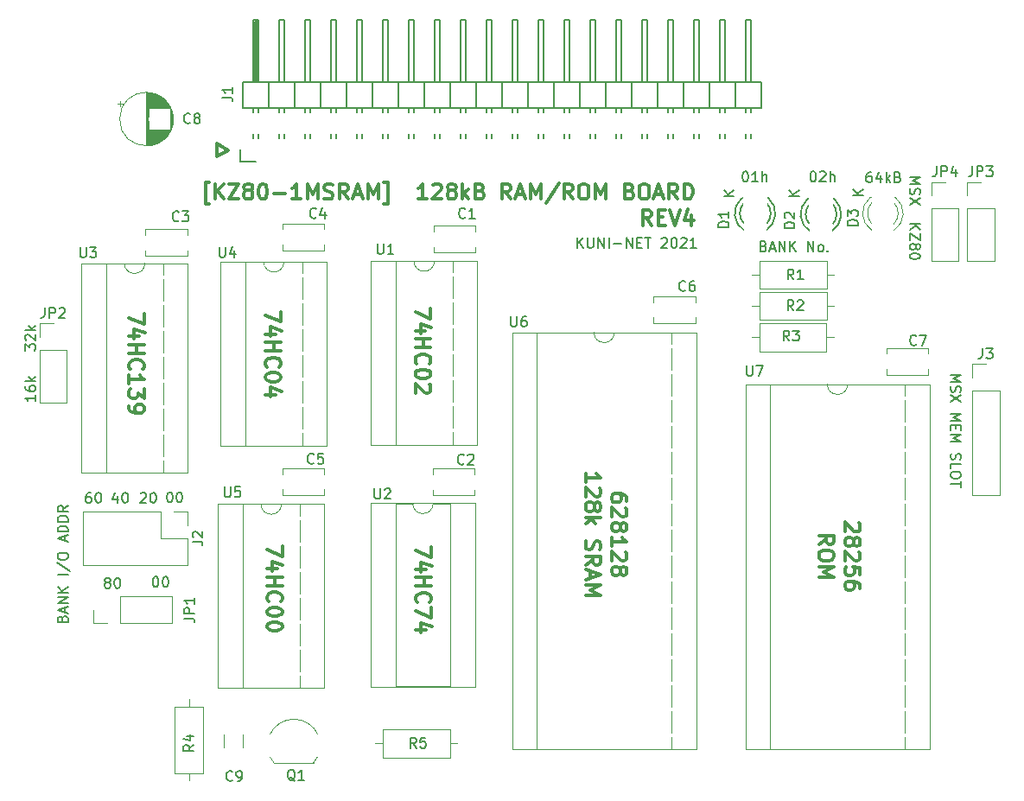
<source format=gto>
G04 #@! TF.GenerationSoftware,KiCad,Pcbnew,(5.1.4-0-10_14)*
G04 #@! TF.CreationDate,2021-03-25T21:19:08+09:00*
G04 #@! TF.ProjectId,Z80-1MSRAM,5a38302d-314d-4535-9241-4d2e6b696361,rev?*
G04 #@! TF.SameCoordinates,Original*
G04 #@! TF.FileFunction,Legend,Top*
G04 #@! TF.FilePolarity,Positive*
%FSLAX46Y46*%
G04 Gerber Fmt 4.6, Leading zero omitted, Abs format (unit mm)*
G04 Created by KiCad (PCBNEW (5.1.4-0-10_14)) date 2021-03-25 21:19:08*
%MOMM*%
%LPD*%
G04 APERTURE LIST*
%ADD10C,0.200000*%
%ADD11C,0.150000*%
%ADD12C,0.300000*%
%ADD13C,0.120000*%
%ADD14O,2.100000X2.100000*%
%ADD15R,2.100000X2.100000*%
%ADD16C,2.000000*%
%ADD17C,1.900000*%
%ADD18R,1.900000X1.900000*%
%ADD19O,2.000000X2.000000*%
%ADD20R,2.200000X2.200000*%
%ADD21C,2.200000*%
%ADD22R,2.000000X2.000000*%
%ADD23R,2.127200X2.127200*%
%ADD24O,2.127200X2.127200*%
%ADD25R,2.400000X2.400000*%
%ADD26C,2.400000*%
%ADD27C,3.600000*%
G04 APERTURE END LIST*
D10*
X156470476Y-79132380D02*
X156470476Y-78132380D01*
X157041904Y-79132380D02*
X156613333Y-78560952D01*
X157041904Y-78132380D02*
X156470476Y-78703809D01*
X157470476Y-78132380D02*
X157470476Y-78941904D01*
X157518095Y-79037142D01*
X157565714Y-79084761D01*
X157660952Y-79132380D01*
X157851428Y-79132380D01*
X157946666Y-79084761D01*
X157994285Y-79037142D01*
X158041904Y-78941904D01*
X158041904Y-78132380D01*
X158518095Y-79132380D02*
X158518095Y-78132380D01*
X159089523Y-79132380D01*
X159089523Y-78132380D01*
X159565714Y-79132380D02*
X159565714Y-78132380D01*
X160041904Y-78751428D02*
X160803809Y-78751428D01*
X161280000Y-79132380D02*
X161280000Y-78132380D01*
X161851428Y-79132380D01*
X161851428Y-78132380D01*
X162327619Y-78608571D02*
X162660952Y-78608571D01*
X162803809Y-79132380D02*
X162327619Y-79132380D01*
X162327619Y-78132380D01*
X162803809Y-78132380D01*
X163089523Y-78132380D02*
X163660952Y-78132380D01*
X163375238Y-79132380D02*
X163375238Y-78132380D01*
X164708571Y-78227619D02*
X164756190Y-78180000D01*
X164851428Y-78132380D01*
X165089523Y-78132380D01*
X165184761Y-78180000D01*
X165232380Y-78227619D01*
X165280000Y-78322857D01*
X165280000Y-78418095D01*
X165232380Y-78560952D01*
X164660952Y-79132380D01*
X165280000Y-79132380D01*
X165899047Y-78132380D02*
X165994285Y-78132380D01*
X166089523Y-78180000D01*
X166137142Y-78227619D01*
X166184761Y-78322857D01*
X166232380Y-78513333D01*
X166232380Y-78751428D01*
X166184761Y-78941904D01*
X166137142Y-79037142D01*
X166089523Y-79084761D01*
X165994285Y-79132380D01*
X165899047Y-79132380D01*
X165803809Y-79084761D01*
X165756190Y-79037142D01*
X165708571Y-78941904D01*
X165660952Y-78751428D01*
X165660952Y-78513333D01*
X165708571Y-78322857D01*
X165756190Y-78227619D01*
X165803809Y-78180000D01*
X165899047Y-78132380D01*
X166613333Y-78227619D02*
X166660952Y-78180000D01*
X166756190Y-78132380D01*
X166994285Y-78132380D01*
X167089523Y-78180000D01*
X167137142Y-78227619D01*
X167184761Y-78322857D01*
X167184761Y-78418095D01*
X167137142Y-78560952D01*
X166565714Y-79132380D01*
X167184761Y-79132380D01*
X168137142Y-79132380D02*
X167565714Y-79132380D01*
X167851428Y-79132380D02*
X167851428Y-78132380D01*
X167756190Y-78275238D01*
X167660952Y-78370476D01*
X167565714Y-78418095D01*
X193047619Y-91571428D02*
X194047619Y-91571428D01*
X193333333Y-91904761D01*
X194047619Y-92238095D01*
X193047619Y-92238095D01*
X193095238Y-92666666D02*
X193047619Y-92809523D01*
X193047619Y-93047619D01*
X193095238Y-93142857D01*
X193142857Y-93190476D01*
X193238095Y-93238095D01*
X193333333Y-93238095D01*
X193428571Y-93190476D01*
X193476190Y-93142857D01*
X193523809Y-93047619D01*
X193571428Y-92857142D01*
X193619047Y-92761904D01*
X193666666Y-92714285D01*
X193761904Y-92666666D01*
X193857142Y-92666666D01*
X193952380Y-92714285D01*
X194000000Y-92761904D01*
X194047619Y-92857142D01*
X194047619Y-93095238D01*
X194000000Y-93238095D01*
X194047619Y-93571428D02*
X193047619Y-94238095D01*
X194047619Y-94238095D02*
X193047619Y-93571428D01*
X193047619Y-95380952D02*
X194047619Y-95380952D01*
X193333333Y-95714285D01*
X194047619Y-96047619D01*
X193047619Y-96047619D01*
X193571428Y-96523809D02*
X193571428Y-96857142D01*
X193047619Y-97000000D02*
X193047619Y-96523809D01*
X194047619Y-96523809D01*
X194047619Y-97000000D01*
X193047619Y-97428571D02*
X194047619Y-97428571D01*
X193333333Y-97761904D01*
X194047619Y-98095238D01*
X193047619Y-98095238D01*
X193095238Y-99285714D02*
X193047619Y-99428571D01*
X193047619Y-99666666D01*
X193095238Y-99761904D01*
X193142857Y-99809523D01*
X193238095Y-99857142D01*
X193333333Y-99857142D01*
X193428571Y-99809523D01*
X193476190Y-99761904D01*
X193523809Y-99666666D01*
X193571428Y-99476190D01*
X193619047Y-99380952D01*
X193666666Y-99333333D01*
X193761904Y-99285714D01*
X193857142Y-99285714D01*
X193952380Y-99333333D01*
X194000000Y-99380952D01*
X194047619Y-99476190D01*
X194047619Y-99714285D01*
X194000000Y-99857142D01*
X193047619Y-100761904D02*
X193047619Y-100285714D01*
X194047619Y-100285714D01*
X194047619Y-101285714D02*
X194047619Y-101476190D01*
X194000000Y-101571428D01*
X193904761Y-101666666D01*
X193714285Y-101714285D01*
X193380952Y-101714285D01*
X193190476Y-101666666D01*
X193095238Y-101571428D01*
X193047619Y-101476190D01*
X193047619Y-101285714D01*
X193095238Y-101190476D01*
X193190476Y-101095238D01*
X193380952Y-101047619D01*
X193714285Y-101047619D01*
X193904761Y-101095238D01*
X194000000Y-101190476D01*
X194047619Y-101285714D01*
X194047619Y-102000000D02*
X194047619Y-102571428D01*
X193047619Y-102285714D02*
X194047619Y-102285714D01*
X189047619Y-76809523D02*
X190047619Y-76809523D01*
X189047619Y-77380952D02*
X189619047Y-76952380D01*
X190047619Y-77380952D02*
X189476190Y-76809523D01*
X190047619Y-77714285D02*
X190047619Y-78380952D01*
X189047619Y-77714285D01*
X189047619Y-78380952D01*
X189619047Y-78904761D02*
X189666666Y-78809523D01*
X189714285Y-78761904D01*
X189809523Y-78714285D01*
X189857142Y-78714285D01*
X189952380Y-78761904D01*
X190000000Y-78809523D01*
X190047619Y-78904761D01*
X190047619Y-79095238D01*
X190000000Y-79190476D01*
X189952380Y-79238095D01*
X189857142Y-79285714D01*
X189809523Y-79285714D01*
X189714285Y-79238095D01*
X189666666Y-79190476D01*
X189619047Y-79095238D01*
X189619047Y-78904761D01*
X189571428Y-78809523D01*
X189523809Y-78761904D01*
X189428571Y-78714285D01*
X189238095Y-78714285D01*
X189142857Y-78761904D01*
X189095238Y-78809523D01*
X189047619Y-78904761D01*
X189047619Y-79095238D01*
X189095238Y-79190476D01*
X189142857Y-79238095D01*
X189238095Y-79285714D01*
X189428571Y-79285714D01*
X189523809Y-79238095D01*
X189571428Y-79190476D01*
X189619047Y-79095238D01*
X190047619Y-79904761D02*
X190047619Y-80000000D01*
X190000000Y-80095238D01*
X189952380Y-80142857D01*
X189857142Y-80190476D01*
X189666666Y-80238095D01*
X189428571Y-80238095D01*
X189238095Y-80190476D01*
X189142857Y-80142857D01*
X189095238Y-80095238D01*
X189047619Y-80000000D01*
X189047619Y-79904761D01*
X189095238Y-79809523D01*
X189142857Y-79761904D01*
X189238095Y-79714285D01*
X189428571Y-79666666D01*
X189666666Y-79666666D01*
X189857142Y-79714285D01*
X189952380Y-79761904D01*
X190000000Y-79809523D01*
X190047619Y-79904761D01*
X189047619Y-72214285D02*
X190047619Y-72214285D01*
X189333333Y-72547619D01*
X190047619Y-72880952D01*
X189047619Y-72880952D01*
X189095238Y-73309523D02*
X189047619Y-73452380D01*
X189047619Y-73690476D01*
X189095238Y-73785714D01*
X189142857Y-73833333D01*
X189238095Y-73880952D01*
X189333333Y-73880952D01*
X189428571Y-73833333D01*
X189476190Y-73785714D01*
X189523809Y-73690476D01*
X189571428Y-73500000D01*
X189619047Y-73404761D01*
X189666666Y-73357142D01*
X189761904Y-73309523D01*
X189857142Y-73309523D01*
X189952380Y-73357142D01*
X190000000Y-73404761D01*
X190047619Y-73500000D01*
X190047619Y-73738095D01*
X190000000Y-73880952D01*
X190047619Y-74214285D02*
X189047619Y-74880952D01*
X190047619Y-74880952D02*
X189047619Y-74214285D01*
D11*
X102372380Y-89174285D02*
X102372380Y-88555238D01*
X102753333Y-88888571D01*
X102753333Y-88745714D01*
X102800952Y-88650476D01*
X102848571Y-88602857D01*
X102943809Y-88555238D01*
X103181904Y-88555238D01*
X103277142Y-88602857D01*
X103324761Y-88650476D01*
X103372380Y-88745714D01*
X103372380Y-89031428D01*
X103324761Y-89126666D01*
X103277142Y-89174285D01*
X102467619Y-88174285D02*
X102420000Y-88126666D01*
X102372380Y-88031428D01*
X102372380Y-87793333D01*
X102420000Y-87698095D01*
X102467619Y-87650476D01*
X102562857Y-87602857D01*
X102658095Y-87602857D01*
X102800952Y-87650476D01*
X103372380Y-88221904D01*
X103372380Y-87602857D01*
X103372380Y-87174285D02*
X102372380Y-87174285D01*
X102991428Y-87079047D02*
X103372380Y-86793333D01*
X102705714Y-86793333D02*
X103086666Y-87174285D01*
X103372380Y-93555238D02*
X103372380Y-94126666D01*
X103372380Y-93840952D02*
X102372380Y-93840952D01*
X102515238Y-93936190D01*
X102610476Y-94031428D01*
X102658095Y-94126666D01*
X102372380Y-92698095D02*
X102372380Y-92888571D01*
X102420000Y-92983809D01*
X102467619Y-93031428D01*
X102610476Y-93126666D01*
X102800952Y-93174285D01*
X103181904Y-93174285D01*
X103277142Y-93126666D01*
X103324761Y-93079047D01*
X103372380Y-92983809D01*
X103372380Y-92793333D01*
X103324761Y-92698095D01*
X103277142Y-92650476D01*
X103181904Y-92602857D01*
X102943809Y-92602857D01*
X102848571Y-92650476D01*
X102800952Y-92698095D01*
X102753333Y-92793333D01*
X102753333Y-92983809D01*
X102800952Y-93079047D01*
X102848571Y-93126666D01*
X102943809Y-93174285D01*
X103372380Y-92174285D02*
X102372380Y-92174285D01*
X102991428Y-92079047D02*
X103372380Y-91793333D01*
X102705714Y-91793333D02*
X103086666Y-92174285D01*
X110359571Y-111900952D02*
X110264333Y-111853333D01*
X110216714Y-111805714D01*
X110169095Y-111710476D01*
X110169095Y-111662857D01*
X110216714Y-111567619D01*
X110264333Y-111520000D01*
X110359571Y-111472380D01*
X110550047Y-111472380D01*
X110645285Y-111520000D01*
X110692904Y-111567619D01*
X110740523Y-111662857D01*
X110740523Y-111710476D01*
X110692904Y-111805714D01*
X110645285Y-111853333D01*
X110550047Y-111900952D01*
X110359571Y-111900952D01*
X110264333Y-111948571D01*
X110216714Y-111996190D01*
X110169095Y-112091428D01*
X110169095Y-112281904D01*
X110216714Y-112377142D01*
X110264333Y-112424761D01*
X110359571Y-112472380D01*
X110550047Y-112472380D01*
X110645285Y-112424761D01*
X110692904Y-112377142D01*
X110740523Y-112281904D01*
X110740523Y-112091428D01*
X110692904Y-111996190D01*
X110645285Y-111948571D01*
X110550047Y-111900952D01*
X111359571Y-111472380D02*
X111454809Y-111472380D01*
X111550047Y-111520000D01*
X111597666Y-111567619D01*
X111645285Y-111662857D01*
X111692904Y-111853333D01*
X111692904Y-112091428D01*
X111645285Y-112281904D01*
X111597666Y-112377142D01*
X111550047Y-112424761D01*
X111454809Y-112472380D01*
X111359571Y-112472380D01*
X111264333Y-112424761D01*
X111216714Y-112377142D01*
X111169095Y-112281904D01*
X111121476Y-112091428D01*
X111121476Y-111853333D01*
X111169095Y-111662857D01*
X111216714Y-111567619D01*
X111264333Y-111520000D01*
X111359571Y-111472380D01*
X116482870Y-103059900D02*
X116578108Y-103059900D01*
X116673346Y-103107520D01*
X116720965Y-103155139D01*
X116768584Y-103250377D01*
X116816203Y-103440853D01*
X116816203Y-103678948D01*
X116768584Y-103869424D01*
X116720965Y-103964662D01*
X116673346Y-104012281D01*
X116578108Y-104059900D01*
X116482870Y-104059900D01*
X116387632Y-104012281D01*
X116340013Y-103964662D01*
X116292394Y-103869424D01*
X116244775Y-103678948D01*
X116244775Y-103440853D01*
X116292394Y-103250377D01*
X116340013Y-103155139D01*
X116387632Y-103107520D01*
X116482870Y-103059900D01*
X117435251Y-103059900D02*
X117530489Y-103059900D01*
X117625727Y-103107520D01*
X117673346Y-103155139D01*
X117720965Y-103250377D01*
X117768584Y-103440853D01*
X117768584Y-103678948D01*
X117720965Y-103869424D01*
X117673346Y-103964662D01*
X117625727Y-104012281D01*
X117530489Y-104059900D01*
X117435251Y-104059900D01*
X117340013Y-104012281D01*
X117292394Y-103964662D01*
X117244775Y-103869424D01*
X117197156Y-103678948D01*
X117197156Y-103440853D01*
X117244775Y-103250377D01*
X117292394Y-103155139D01*
X117340013Y-103107520D01*
X117435251Y-103059900D01*
X115106190Y-111345380D02*
X115201428Y-111345380D01*
X115296666Y-111393000D01*
X115344285Y-111440619D01*
X115391904Y-111535857D01*
X115439523Y-111726333D01*
X115439523Y-111964428D01*
X115391904Y-112154904D01*
X115344285Y-112250142D01*
X115296666Y-112297761D01*
X115201428Y-112345380D01*
X115106190Y-112345380D01*
X115010952Y-112297761D01*
X114963333Y-112250142D01*
X114915714Y-112154904D01*
X114868095Y-111964428D01*
X114868095Y-111726333D01*
X114915714Y-111535857D01*
X114963333Y-111440619D01*
X115010952Y-111393000D01*
X115106190Y-111345380D01*
X116058571Y-111345380D02*
X116153809Y-111345380D01*
X116249047Y-111393000D01*
X116296666Y-111440619D01*
X116344285Y-111535857D01*
X116391904Y-111726333D01*
X116391904Y-111964428D01*
X116344285Y-112154904D01*
X116296666Y-112250142D01*
X116249047Y-112297761D01*
X116153809Y-112345380D01*
X116058571Y-112345380D01*
X115963333Y-112297761D01*
X115915714Y-112250142D01*
X115868095Y-112154904D01*
X115820476Y-111964428D01*
X115820476Y-111726333D01*
X115868095Y-111535857D01*
X115915714Y-111440619D01*
X115963333Y-111393000D01*
X116058571Y-111345380D01*
X106033571Y-115472142D02*
X106081190Y-115329285D01*
X106128809Y-115281666D01*
X106224047Y-115234047D01*
X106366904Y-115234047D01*
X106462142Y-115281666D01*
X106509761Y-115329285D01*
X106557380Y-115424523D01*
X106557380Y-115805476D01*
X105557380Y-115805476D01*
X105557380Y-115472142D01*
X105605000Y-115376904D01*
X105652619Y-115329285D01*
X105747857Y-115281666D01*
X105843095Y-115281666D01*
X105938333Y-115329285D01*
X105985952Y-115376904D01*
X106033571Y-115472142D01*
X106033571Y-115805476D01*
X106271666Y-114853095D02*
X106271666Y-114376904D01*
X106557380Y-114948333D02*
X105557380Y-114615000D01*
X106557380Y-114281666D01*
X106557380Y-113948333D02*
X105557380Y-113948333D01*
X106557380Y-113376904D01*
X105557380Y-113376904D01*
X106557380Y-112900714D02*
X105557380Y-112900714D01*
X106557380Y-112329285D02*
X105985952Y-112757857D01*
X105557380Y-112329285D02*
X106128809Y-112900714D01*
X106557380Y-111138809D02*
X105557380Y-111138809D01*
X105509761Y-109948333D02*
X106795476Y-110805476D01*
X105557380Y-109424523D02*
X105557380Y-109234047D01*
X105605000Y-109138809D01*
X105700238Y-109043571D01*
X105890714Y-108995952D01*
X106224047Y-108995952D01*
X106414523Y-109043571D01*
X106509761Y-109138809D01*
X106557380Y-109234047D01*
X106557380Y-109424523D01*
X106509761Y-109519761D01*
X106414523Y-109615000D01*
X106224047Y-109662619D01*
X105890714Y-109662619D01*
X105700238Y-109615000D01*
X105605000Y-109519761D01*
X105557380Y-109424523D01*
X106271666Y-107853095D02*
X106271666Y-107376904D01*
X106557380Y-107948333D02*
X105557380Y-107615000D01*
X106557380Y-107281666D01*
X106557380Y-106948333D02*
X105557380Y-106948333D01*
X105557380Y-106710238D01*
X105605000Y-106567380D01*
X105700238Y-106472142D01*
X105795476Y-106424523D01*
X105985952Y-106376904D01*
X106128809Y-106376904D01*
X106319285Y-106424523D01*
X106414523Y-106472142D01*
X106509761Y-106567380D01*
X106557380Y-106710238D01*
X106557380Y-106948333D01*
X106557380Y-105948333D02*
X105557380Y-105948333D01*
X105557380Y-105710238D01*
X105605000Y-105567380D01*
X105700238Y-105472142D01*
X105795476Y-105424523D01*
X105985952Y-105376904D01*
X106128809Y-105376904D01*
X106319285Y-105424523D01*
X106414523Y-105472142D01*
X106509761Y-105567380D01*
X106557380Y-105710238D01*
X106557380Y-105948333D01*
X106557380Y-104376904D02*
X106081190Y-104710238D01*
X106557380Y-104948333D02*
X105557380Y-104948333D01*
X105557380Y-104567380D01*
X105605000Y-104472142D01*
X105652619Y-104424523D01*
X105747857Y-104376904D01*
X105890714Y-104376904D01*
X105985952Y-104424523D01*
X106033571Y-104472142D01*
X106081190Y-104567380D01*
X106081190Y-104948333D01*
X174710809Y-78960571D02*
X174853666Y-79008190D01*
X174901285Y-79055809D01*
X174948904Y-79151047D01*
X174948904Y-79293904D01*
X174901285Y-79389142D01*
X174853666Y-79436761D01*
X174758428Y-79484380D01*
X174377476Y-79484380D01*
X174377476Y-78484380D01*
X174710809Y-78484380D01*
X174806047Y-78532000D01*
X174853666Y-78579619D01*
X174901285Y-78674857D01*
X174901285Y-78770095D01*
X174853666Y-78865333D01*
X174806047Y-78912952D01*
X174710809Y-78960571D01*
X174377476Y-78960571D01*
X175329857Y-79198666D02*
X175806047Y-79198666D01*
X175234619Y-79484380D02*
X175567952Y-78484380D01*
X175901285Y-79484380D01*
X176234619Y-79484380D02*
X176234619Y-78484380D01*
X176806047Y-79484380D01*
X176806047Y-78484380D01*
X177282238Y-79484380D02*
X177282238Y-78484380D01*
X177853666Y-79484380D02*
X177425095Y-78912952D01*
X177853666Y-78484380D02*
X177282238Y-79055809D01*
X179044142Y-79484380D02*
X179044142Y-78484380D01*
X179615571Y-79484380D01*
X179615571Y-78484380D01*
X180234619Y-79484380D02*
X180139380Y-79436761D01*
X180091761Y-79389142D01*
X180044142Y-79293904D01*
X180044142Y-79008190D01*
X180091761Y-78912952D01*
X180139380Y-78865333D01*
X180234619Y-78817714D01*
X180377476Y-78817714D01*
X180472714Y-78865333D01*
X180520333Y-78912952D01*
X180567952Y-79008190D01*
X180567952Y-79293904D01*
X180520333Y-79389142D01*
X180472714Y-79436761D01*
X180377476Y-79484380D01*
X180234619Y-79484380D01*
X180996523Y-79389142D02*
X181044142Y-79436761D01*
X180996523Y-79484380D01*
X180948904Y-79436761D01*
X180996523Y-79389142D01*
X180996523Y-79484380D01*
X108786005Y-103105620D02*
X108595529Y-103105620D01*
X108500291Y-103153240D01*
X108452672Y-103200859D01*
X108357434Y-103343716D01*
X108309815Y-103534192D01*
X108309815Y-103915144D01*
X108357434Y-104010382D01*
X108405053Y-104058001D01*
X108500291Y-104105620D01*
X108690767Y-104105620D01*
X108786005Y-104058001D01*
X108833624Y-104010382D01*
X108881243Y-103915144D01*
X108881243Y-103677049D01*
X108833624Y-103581811D01*
X108786005Y-103534192D01*
X108690767Y-103486573D01*
X108500291Y-103486573D01*
X108405053Y-103534192D01*
X108357434Y-103581811D01*
X108309815Y-103677049D01*
X109500291Y-103105620D02*
X109595529Y-103105620D01*
X109690767Y-103153240D01*
X109738386Y-103200859D01*
X109786005Y-103296097D01*
X109833624Y-103486573D01*
X109833624Y-103724668D01*
X109786005Y-103915144D01*
X109738386Y-104010382D01*
X109690767Y-104058001D01*
X109595529Y-104105620D01*
X109500291Y-104105620D01*
X109405053Y-104058001D01*
X109357434Y-104010382D01*
X109309815Y-103915144D01*
X109262196Y-103724668D01*
X109262196Y-103486573D01*
X109309815Y-103296097D01*
X109357434Y-103200859D01*
X109405053Y-103153240D01*
X109500291Y-103105620D01*
X111402205Y-103438954D02*
X111402205Y-104105620D01*
X111164110Y-103058001D02*
X110926015Y-103772287D01*
X111545062Y-103772287D01*
X112116491Y-103105620D02*
X112211729Y-103105620D01*
X112306967Y-103153240D01*
X112354586Y-103200859D01*
X112402205Y-103296097D01*
X112449824Y-103486573D01*
X112449824Y-103724668D01*
X112402205Y-103915144D01*
X112354586Y-104010382D01*
X112306967Y-104058001D01*
X112211729Y-104105620D01*
X112116491Y-104105620D01*
X112021253Y-104058001D01*
X111973634Y-104010382D01*
X111926015Y-103915144D01*
X111878396Y-103724668D01*
X111878396Y-103486573D01*
X111926015Y-103296097D01*
X111973634Y-103200859D01*
X112021253Y-103153240D01*
X112116491Y-103105620D01*
X113674295Y-103200859D02*
X113721914Y-103153240D01*
X113817152Y-103105620D01*
X114055247Y-103105620D01*
X114150485Y-103153240D01*
X114198104Y-103200859D01*
X114245723Y-103296097D01*
X114245723Y-103391335D01*
X114198104Y-103534192D01*
X113626676Y-104105620D01*
X114245723Y-104105620D01*
X114864771Y-103105620D02*
X114960009Y-103105620D01*
X115055247Y-103153240D01*
X115102866Y-103200859D01*
X115150485Y-103296097D01*
X115198104Y-103486573D01*
X115198104Y-103724668D01*
X115150485Y-103915144D01*
X115102866Y-104010382D01*
X115055247Y-104058001D01*
X114960009Y-104105620D01*
X114864771Y-104105620D01*
X114769533Y-104058001D01*
X114721914Y-104010382D01*
X114674295Y-103915144D01*
X114626676Y-103724668D01*
X114626676Y-103486573D01*
X114674295Y-103296097D01*
X114721914Y-103200859D01*
X114769533Y-103153240D01*
X114864771Y-103105620D01*
D12*
X142164928Y-108423928D02*
X142164928Y-109423928D01*
X140664928Y-108781071D01*
X141664928Y-110638214D02*
X140664928Y-110638214D01*
X142236357Y-110281071D02*
X141164928Y-109923928D01*
X141164928Y-110852500D01*
X140664928Y-111423928D02*
X142164928Y-111423928D01*
X141450642Y-111423928D02*
X141450642Y-112281071D01*
X140664928Y-112281071D02*
X142164928Y-112281071D01*
X140807785Y-113852500D02*
X140736357Y-113781071D01*
X140664928Y-113566785D01*
X140664928Y-113423928D01*
X140736357Y-113209642D01*
X140879214Y-113066785D01*
X141022071Y-112995357D01*
X141307785Y-112923928D01*
X141522071Y-112923928D01*
X141807785Y-112995357D01*
X141950642Y-113066785D01*
X142093500Y-113209642D01*
X142164928Y-113423928D01*
X142164928Y-113566785D01*
X142093500Y-113781071D01*
X142022071Y-113852500D01*
X142164928Y-114352500D02*
X142164928Y-115352500D01*
X140664928Y-114709642D01*
X141664928Y-116566785D02*
X140664928Y-116566785D01*
X142236357Y-116209642D02*
X141164928Y-115852500D01*
X141164928Y-116781071D01*
D11*
X185259523Y-71702380D02*
X185069047Y-71702380D01*
X184973809Y-71750000D01*
X184926190Y-71797619D01*
X184830952Y-71940476D01*
X184783333Y-72130952D01*
X184783333Y-72511904D01*
X184830952Y-72607142D01*
X184878571Y-72654761D01*
X184973809Y-72702380D01*
X185164285Y-72702380D01*
X185259523Y-72654761D01*
X185307142Y-72607142D01*
X185354761Y-72511904D01*
X185354761Y-72273809D01*
X185307142Y-72178571D01*
X185259523Y-72130952D01*
X185164285Y-72083333D01*
X184973809Y-72083333D01*
X184878571Y-72130952D01*
X184830952Y-72178571D01*
X184783333Y-72273809D01*
X186211904Y-72035714D02*
X186211904Y-72702380D01*
X185973809Y-71654761D02*
X185735714Y-72369047D01*
X186354761Y-72369047D01*
X186735714Y-72702380D02*
X186735714Y-71702380D01*
X186830952Y-72321428D02*
X187116666Y-72702380D01*
X187116666Y-72035714D02*
X186735714Y-72416666D01*
X187878571Y-72178571D02*
X188021428Y-72226190D01*
X188069047Y-72273809D01*
X188116666Y-72369047D01*
X188116666Y-72511904D01*
X188069047Y-72607142D01*
X188021428Y-72654761D01*
X187926190Y-72702380D01*
X187545238Y-72702380D01*
X187545238Y-71702380D01*
X187878571Y-71702380D01*
X187973809Y-71750000D01*
X188021428Y-71797619D01*
X188069047Y-71892857D01*
X188069047Y-71988095D01*
X188021428Y-72083333D01*
X187973809Y-72130952D01*
X187878571Y-72178571D01*
X187545238Y-72178571D01*
X184492380Y-73961904D02*
X183492380Y-73961904D01*
X184492380Y-73390476D02*
X183920952Y-73819047D01*
X183492380Y-73390476D02*
X184063809Y-73961904D01*
D12*
X122261428Y-69532857D02*
X121118571Y-70175714D01*
X121118571Y-68890000D01*
X122261428Y-69532857D01*
D11*
X179523809Y-71626380D02*
X179619047Y-71626380D01*
X179714285Y-71674000D01*
X179761904Y-71721619D01*
X179809523Y-71816857D01*
X179857142Y-72007333D01*
X179857142Y-72245428D01*
X179809523Y-72435904D01*
X179761904Y-72531142D01*
X179714285Y-72578761D01*
X179619047Y-72626380D01*
X179523809Y-72626380D01*
X179428571Y-72578761D01*
X179380952Y-72531142D01*
X179333333Y-72435904D01*
X179285714Y-72245428D01*
X179285714Y-72007333D01*
X179333333Y-71816857D01*
X179380952Y-71721619D01*
X179428571Y-71674000D01*
X179523809Y-71626380D01*
X180238095Y-71721619D02*
X180285714Y-71674000D01*
X180380952Y-71626380D01*
X180619047Y-71626380D01*
X180714285Y-71674000D01*
X180761904Y-71721619D01*
X180809523Y-71816857D01*
X180809523Y-71912095D01*
X180761904Y-72054952D01*
X180190476Y-72626380D01*
X180809523Y-72626380D01*
X181238095Y-72626380D02*
X181238095Y-71626380D01*
X181666666Y-72626380D02*
X181666666Y-72102571D01*
X181619047Y-72007333D01*
X181523809Y-71959714D01*
X181380952Y-71959714D01*
X181285714Y-72007333D01*
X181238095Y-72054952D01*
X172893809Y-71626380D02*
X172989047Y-71626380D01*
X173084285Y-71674000D01*
X173131904Y-71721619D01*
X173179523Y-71816857D01*
X173227142Y-72007333D01*
X173227142Y-72245428D01*
X173179523Y-72435904D01*
X173131904Y-72531142D01*
X173084285Y-72578761D01*
X172989047Y-72626380D01*
X172893809Y-72626380D01*
X172798571Y-72578761D01*
X172750952Y-72531142D01*
X172703333Y-72435904D01*
X172655714Y-72245428D01*
X172655714Y-72007333D01*
X172703333Y-71816857D01*
X172750952Y-71721619D01*
X172798571Y-71674000D01*
X172893809Y-71626380D01*
X174179523Y-72626380D02*
X173608095Y-72626380D01*
X173893809Y-72626380D02*
X173893809Y-71626380D01*
X173798571Y-71769238D01*
X173703333Y-71864476D01*
X173608095Y-71912095D01*
X174608095Y-72626380D02*
X174608095Y-71626380D01*
X175036666Y-72626380D02*
X175036666Y-72102571D01*
X174989047Y-72007333D01*
X174893809Y-71959714D01*
X174750952Y-71959714D01*
X174655714Y-72007333D01*
X174608095Y-72054952D01*
D12*
X120380714Y-74853571D02*
X120023571Y-74853571D01*
X120023571Y-72710714D01*
X120380714Y-72710714D01*
X120952142Y-74353571D02*
X120952142Y-72853571D01*
X121809285Y-74353571D02*
X121166428Y-73496428D01*
X121809285Y-72853571D02*
X120952142Y-73710714D01*
X122309285Y-72853571D02*
X123309285Y-72853571D01*
X122309285Y-74353571D01*
X123309285Y-74353571D01*
X124095000Y-73496428D02*
X123952142Y-73425000D01*
X123880714Y-73353571D01*
X123809285Y-73210714D01*
X123809285Y-73139285D01*
X123880714Y-72996428D01*
X123952142Y-72925000D01*
X124095000Y-72853571D01*
X124380714Y-72853571D01*
X124523571Y-72925000D01*
X124595000Y-72996428D01*
X124666428Y-73139285D01*
X124666428Y-73210714D01*
X124595000Y-73353571D01*
X124523571Y-73425000D01*
X124380714Y-73496428D01*
X124095000Y-73496428D01*
X123952142Y-73567857D01*
X123880714Y-73639285D01*
X123809285Y-73782142D01*
X123809285Y-74067857D01*
X123880714Y-74210714D01*
X123952142Y-74282142D01*
X124095000Y-74353571D01*
X124380714Y-74353571D01*
X124523571Y-74282142D01*
X124595000Y-74210714D01*
X124666428Y-74067857D01*
X124666428Y-73782142D01*
X124595000Y-73639285D01*
X124523571Y-73567857D01*
X124380714Y-73496428D01*
X125595000Y-72853571D02*
X125737857Y-72853571D01*
X125880714Y-72925000D01*
X125952142Y-72996428D01*
X126023571Y-73139285D01*
X126095000Y-73425000D01*
X126095000Y-73782142D01*
X126023571Y-74067857D01*
X125952142Y-74210714D01*
X125880714Y-74282142D01*
X125737857Y-74353571D01*
X125595000Y-74353571D01*
X125452142Y-74282142D01*
X125380714Y-74210714D01*
X125309285Y-74067857D01*
X125237857Y-73782142D01*
X125237857Y-73425000D01*
X125309285Y-73139285D01*
X125380714Y-72996428D01*
X125452142Y-72925000D01*
X125595000Y-72853571D01*
X126737857Y-73782142D02*
X127880714Y-73782142D01*
X129380714Y-74353571D02*
X128523571Y-74353571D01*
X128952142Y-74353571D02*
X128952142Y-72853571D01*
X128809285Y-73067857D01*
X128666428Y-73210714D01*
X128523571Y-73282142D01*
X130023571Y-74353571D02*
X130023571Y-72853571D01*
X130523571Y-73925000D01*
X131023571Y-72853571D01*
X131023571Y-74353571D01*
X131666428Y-74282142D02*
X131880714Y-74353571D01*
X132237857Y-74353571D01*
X132380714Y-74282142D01*
X132452142Y-74210714D01*
X132523571Y-74067857D01*
X132523571Y-73925000D01*
X132452142Y-73782142D01*
X132380714Y-73710714D01*
X132237857Y-73639285D01*
X131952142Y-73567857D01*
X131809285Y-73496428D01*
X131737857Y-73425000D01*
X131666428Y-73282142D01*
X131666428Y-73139285D01*
X131737857Y-72996428D01*
X131809285Y-72925000D01*
X131952142Y-72853571D01*
X132309285Y-72853571D01*
X132523571Y-72925000D01*
X134023571Y-74353571D02*
X133523571Y-73639285D01*
X133166428Y-74353571D02*
X133166428Y-72853571D01*
X133737857Y-72853571D01*
X133880714Y-72925000D01*
X133952142Y-72996428D01*
X134023571Y-73139285D01*
X134023571Y-73353571D01*
X133952142Y-73496428D01*
X133880714Y-73567857D01*
X133737857Y-73639285D01*
X133166428Y-73639285D01*
X134595000Y-73925000D02*
X135309285Y-73925000D01*
X134452142Y-74353571D02*
X134952142Y-72853571D01*
X135452142Y-74353571D01*
X135952142Y-74353571D02*
X135952142Y-72853571D01*
X136452142Y-73925000D01*
X136952142Y-72853571D01*
X136952142Y-74353571D01*
X137523571Y-74853571D02*
X137880714Y-74853571D01*
X137880714Y-72710714D01*
X137523571Y-72710714D01*
X141737857Y-74353571D02*
X140880714Y-74353571D01*
X141309285Y-74353571D02*
X141309285Y-72853571D01*
X141166428Y-73067857D01*
X141023571Y-73210714D01*
X140880714Y-73282142D01*
X142309285Y-72996428D02*
X142380714Y-72925000D01*
X142523571Y-72853571D01*
X142880714Y-72853571D01*
X143023571Y-72925000D01*
X143095000Y-72996428D01*
X143166428Y-73139285D01*
X143166428Y-73282142D01*
X143095000Y-73496428D01*
X142237857Y-74353571D01*
X143166428Y-74353571D01*
X144023571Y-73496428D02*
X143880714Y-73425000D01*
X143809285Y-73353571D01*
X143737857Y-73210714D01*
X143737857Y-73139285D01*
X143809285Y-72996428D01*
X143880714Y-72925000D01*
X144023571Y-72853571D01*
X144309285Y-72853571D01*
X144452142Y-72925000D01*
X144523571Y-72996428D01*
X144595000Y-73139285D01*
X144595000Y-73210714D01*
X144523571Y-73353571D01*
X144452142Y-73425000D01*
X144309285Y-73496428D01*
X144023571Y-73496428D01*
X143880714Y-73567857D01*
X143809285Y-73639285D01*
X143737857Y-73782142D01*
X143737857Y-74067857D01*
X143809285Y-74210714D01*
X143880714Y-74282142D01*
X144023571Y-74353571D01*
X144309285Y-74353571D01*
X144452142Y-74282142D01*
X144523571Y-74210714D01*
X144595000Y-74067857D01*
X144595000Y-73782142D01*
X144523571Y-73639285D01*
X144452142Y-73567857D01*
X144309285Y-73496428D01*
X145237857Y-74353571D02*
X145237857Y-72853571D01*
X145380714Y-73782142D02*
X145809285Y-74353571D01*
X145809285Y-73353571D02*
X145237857Y-73925000D01*
X146952142Y-73567857D02*
X147166428Y-73639285D01*
X147237857Y-73710714D01*
X147309285Y-73853571D01*
X147309285Y-74067857D01*
X147237857Y-74210714D01*
X147166428Y-74282142D01*
X147023571Y-74353571D01*
X146452142Y-74353571D01*
X146452142Y-72853571D01*
X146952142Y-72853571D01*
X147095000Y-72925000D01*
X147166428Y-72996428D01*
X147237857Y-73139285D01*
X147237857Y-73282142D01*
X147166428Y-73425000D01*
X147095000Y-73496428D01*
X146952142Y-73567857D01*
X146452142Y-73567857D01*
X149952142Y-74353571D02*
X149452142Y-73639285D01*
X149095000Y-74353571D02*
X149095000Y-72853571D01*
X149666428Y-72853571D01*
X149809285Y-72925000D01*
X149880714Y-72996428D01*
X149952142Y-73139285D01*
X149952142Y-73353571D01*
X149880714Y-73496428D01*
X149809285Y-73567857D01*
X149666428Y-73639285D01*
X149095000Y-73639285D01*
X150523571Y-73925000D02*
X151237857Y-73925000D01*
X150380714Y-74353571D02*
X150880714Y-72853571D01*
X151380714Y-74353571D01*
X151880714Y-74353571D02*
X151880714Y-72853571D01*
X152380714Y-73925000D01*
X152880714Y-72853571D01*
X152880714Y-74353571D01*
X154666428Y-72782142D02*
X153380714Y-74710714D01*
X156023571Y-74353571D02*
X155523571Y-73639285D01*
X155166428Y-74353571D02*
X155166428Y-72853571D01*
X155737857Y-72853571D01*
X155880714Y-72925000D01*
X155952142Y-72996428D01*
X156023571Y-73139285D01*
X156023571Y-73353571D01*
X155952142Y-73496428D01*
X155880714Y-73567857D01*
X155737857Y-73639285D01*
X155166428Y-73639285D01*
X156952142Y-72853571D02*
X157237857Y-72853571D01*
X157380714Y-72925000D01*
X157523571Y-73067857D01*
X157595000Y-73353571D01*
X157595000Y-73853571D01*
X157523571Y-74139285D01*
X157380714Y-74282142D01*
X157237857Y-74353571D01*
X156952142Y-74353571D01*
X156809285Y-74282142D01*
X156666428Y-74139285D01*
X156595000Y-73853571D01*
X156595000Y-73353571D01*
X156666428Y-73067857D01*
X156809285Y-72925000D01*
X156952142Y-72853571D01*
X158237857Y-74353571D02*
X158237857Y-72853571D01*
X158737857Y-73925000D01*
X159237857Y-72853571D01*
X159237857Y-74353571D01*
X161595000Y-73567857D02*
X161809285Y-73639285D01*
X161880714Y-73710714D01*
X161952142Y-73853571D01*
X161952142Y-74067857D01*
X161880714Y-74210714D01*
X161809285Y-74282142D01*
X161666428Y-74353571D01*
X161095000Y-74353571D01*
X161095000Y-72853571D01*
X161595000Y-72853571D01*
X161737857Y-72925000D01*
X161809285Y-72996428D01*
X161880714Y-73139285D01*
X161880714Y-73282142D01*
X161809285Y-73425000D01*
X161737857Y-73496428D01*
X161595000Y-73567857D01*
X161095000Y-73567857D01*
X162880714Y-72853571D02*
X163166428Y-72853571D01*
X163309285Y-72925000D01*
X163452142Y-73067857D01*
X163523571Y-73353571D01*
X163523571Y-73853571D01*
X163452142Y-74139285D01*
X163309285Y-74282142D01*
X163166428Y-74353571D01*
X162880714Y-74353571D01*
X162737857Y-74282142D01*
X162595000Y-74139285D01*
X162523571Y-73853571D01*
X162523571Y-73353571D01*
X162595000Y-73067857D01*
X162737857Y-72925000D01*
X162880714Y-72853571D01*
X164095000Y-73925000D02*
X164809285Y-73925000D01*
X163952142Y-74353571D02*
X164452142Y-72853571D01*
X164952142Y-74353571D01*
X166309285Y-74353571D02*
X165809285Y-73639285D01*
X165452142Y-74353571D02*
X165452142Y-72853571D01*
X166023571Y-72853571D01*
X166166428Y-72925000D01*
X166237857Y-72996428D01*
X166309285Y-73139285D01*
X166309285Y-73353571D01*
X166237857Y-73496428D01*
X166166428Y-73567857D01*
X166023571Y-73639285D01*
X165452142Y-73639285D01*
X166952142Y-74353571D02*
X166952142Y-72853571D01*
X167309285Y-72853571D01*
X167523571Y-72925000D01*
X167666428Y-73067857D01*
X167737857Y-73210714D01*
X167809285Y-73496428D01*
X167809285Y-73710714D01*
X167737857Y-73996428D01*
X167666428Y-74139285D01*
X167523571Y-74282142D01*
X167309285Y-74353571D01*
X166952142Y-74353571D01*
X163737857Y-76903571D02*
X163237857Y-76189285D01*
X162880714Y-76903571D02*
X162880714Y-75403571D01*
X163452142Y-75403571D01*
X163595000Y-75475000D01*
X163666428Y-75546428D01*
X163737857Y-75689285D01*
X163737857Y-75903571D01*
X163666428Y-76046428D01*
X163595000Y-76117857D01*
X163452142Y-76189285D01*
X162880714Y-76189285D01*
X164380714Y-76117857D02*
X164880714Y-76117857D01*
X165095000Y-76903571D02*
X164380714Y-76903571D01*
X164380714Y-75403571D01*
X165095000Y-75403571D01*
X165523571Y-75403571D02*
X166023571Y-76903571D01*
X166523571Y-75403571D01*
X167666428Y-75903571D02*
X167666428Y-76903571D01*
X167309285Y-75332142D02*
X166952142Y-76403571D01*
X167880714Y-76403571D01*
X142101428Y-85055928D02*
X142101428Y-86055928D01*
X140601428Y-85413071D01*
X141601428Y-87270214D02*
X140601428Y-87270214D01*
X142172857Y-86913071D02*
X141101428Y-86555928D01*
X141101428Y-87484500D01*
X140601428Y-88055928D02*
X142101428Y-88055928D01*
X141387142Y-88055928D02*
X141387142Y-88913071D01*
X140601428Y-88913071D02*
X142101428Y-88913071D01*
X140744285Y-90484500D02*
X140672857Y-90413071D01*
X140601428Y-90198785D01*
X140601428Y-90055928D01*
X140672857Y-89841642D01*
X140815714Y-89698785D01*
X140958571Y-89627357D01*
X141244285Y-89555928D01*
X141458571Y-89555928D01*
X141744285Y-89627357D01*
X141887142Y-89698785D01*
X142030000Y-89841642D01*
X142101428Y-90055928D01*
X142101428Y-90198785D01*
X142030000Y-90413071D01*
X141958571Y-90484500D01*
X142101428Y-91413071D02*
X142101428Y-91555928D01*
X142030000Y-91698785D01*
X141958571Y-91770214D01*
X141815714Y-91841642D01*
X141530000Y-91913071D01*
X141172857Y-91913071D01*
X140887142Y-91841642D01*
X140744285Y-91770214D01*
X140672857Y-91698785D01*
X140601428Y-91555928D01*
X140601428Y-91413071D01*
X140672857Y-91270214D01*
X140744285Y-91198785D01*
X140887142Y-91127357D01*
X141172857Y-91055928D01*
X141530000Y-91055928D01*
X141815714Y-91127357D01*
X141958571Y-91198785D01*
X142030000Y-91270214D01*
X142101428Y-91413071D01*
X141958571Y-92484500D02*
X142030000Y-92555928D01*
X142101428Y-92698785D01*
X142101428Y-93055928D01*
X142030000Y-93198785D01*
X141958571Y-93270214D01*
X141815714Y-93341642D01*
X141672857Y-93341642D01*
X141458571Y-93270214D01*
X140601428Y-92413071D01*
X140601428Y-93341642D01*
X127559928Y-108360428D02*
X127559928Y-109360428D01*
X126059928Y-108717571D01*
X127059928Y-110574714D02*
X126059928Y-110574714D01*
X127631357Y-110217571D02*
X126559928Y-109860428D01*
X126559928Y-110789000D01*
X126059928Y-111360428D02*
X127559928Y-111360428D01*
X126845642Y-111360428D02*
X126845642Y-112217571D01*
X126059928Y-112217571D02*
X127559928Y-112217571D01*
X126202785Y-113789000D02*
X126131357Y-113717571D01*
X126059928Y-113503285D01*
X126059928Y-113360428D01*
X126131357Y-113146142D01*
X126274214Y-113003285D01*
X126417071Y-112931857D01*
X126702785Y-112860428D01*
X126917071Y-112860428D01*
X127202785Y-112931857D01*
X127345642Y-113003285D01*
X127488500Y-113146142D01*
X127559928Y-113360428D01*
X127559928Y-113503285D01*
X127488500Y-113717571D01*
X127417071Y-113789000D01*
X127559928Y-114717571D02*
X127559928Y-114860428D01*
X127488500Y-115003285D01*
X127417071Y-115074714D01*
X127274214Y-115146142D01*
X126988500Y-115217571D01*
X126631357Y-115217571D01*
X126345642Y-115146142D01*
X126202785Y-115074714D01*
X126131357Y-115003285D01*
X126059928Y-114860428D01*
X126059928Y-114717571D01*
X126131357Y-114574714D01*
X126202785Y-114503285D01*
X126345642Y-114431857D01*
X126631357Y-114360428D01*
X126988500Y-114360428D01*
X127274214Y-114431857D01*
X127417071Y-114503285D01*
X127488500Y-114574714D01*
X127559928Y-114717571D01*
X127559928Y-116146142D02*
X127559928Y-116289000D01*
X127488500Y-116431857D01*
X127417071Y-116503285D01*
X127274214Y-116574714D01*
X126988500Y-116646142D01*
X126631357Y-116646142D01*
X126345642Y-116574714D01*
X126202785Y-116503285D01*
X126131357Y-116431857D01*
X126059928Y-116289000D01*
X126059928Y-116146142D01*
X126131357Y-116003285D01*
X126202785Y-115931857D01*
X126345642Y-115860428D01*
X126631357Y-115789000D01*
X126988500Y-115789000D01*
X127274214Y-115860428D01*
X127417071Y-115931857D01*
X127488500Y-116003285D01*
X127559928Y-116146142D01*
X127432928Y-85373428D02*
X127432928Y-86373428D01*
X125932928Y-85730571D01*
X126932928Y-87587714D02*
X125932928Y-87587714D01*
X127504357Y-87230571D02*
X126432928Y-86873428D01*
X126432928Y-87802000D01*
X125932928Y-88373428D02*
X127432928Y-88373428D01*
X126718642Y-88373428D02*
X126718642Y-89230571D01*
X125932928Y-89230571D02*
X127432928Y-89230571D01*
X126075785Y-90802000D02*
X126004357Y-90730571D01*
X125932928Y-90516285D01*
X125932928Y-90373428D01*
X126004357Y-90159142D01*
X126147214Y-90016285D01*
X126290071Y-89944857D01*
X126575785Y-89873428D01*
X126790071Y-89873428D01*
X127075785Y-89944857D01*
X127218642Y-90016285D01*
X127361500Y-90159142D01*
X127432928Y-90373428D01*
X127432928Y-90516285D01*
X127361500Y-90730571D01*
X127290071Y-90802000D01*
X127432928Y-91730571D02*
X127432928Y-91873428D01*
X127361500Y-92016285D01*
X127290071Y-92087714D01*
X127147214Y-92159142D01*
X126861500Y-92230571D01*
X126504357Y-92230571D01*
X126218642Y-92159142D01*
X126075785Y-92087714D01*
X126004357Y-92016285D01*
X125932928Y-91873428D01*
X125932928Y-91730571D01*
X126004357Y-91587714D01*
X126075785Y-91516285D01*
X126218642Y-91444857D01*
X126504357Y-91373428D01*
X126861500Y-91373428D01*
X127147214Y-91444857D01*
X127290071Y-91516285D01*
X127361500Y-91587714D01*
X127432928Y-91730571D01*
X126932928Y-93516285D02*
X125932928Y-93516285D01*
X127504357Y-93159142D02*
X126432928Y-92802000D01*
X126432928Y-93730571D01*
X114038428Y-85600642D02*
X114038428Y-86600642D01*
X112538428Y-85957785D01*
X113538428Y-87814928D02*
X112538428Y-87814928D01*
X114109857Y-87457785D02*
X113038428Y-87100642D01*
X113038428Y-88029214D01*
X112538428Y-88600642D02*
X114038428Y-88600642D01*
X113324142Y-88600642D02*
X113324142Y-89457785D01*
X112538428Y-89457785D02*
X114038428Y-89457785D01*
X112681285Y-91029214D02*
X112609857Y-90957785D01*
X112538428Y-90743500D01*
X112538428Y-90600642D01*
X112609857Y-90386357D01*
X112752714Y-90243500D01*
X112895571Y-90172071D01*
X113181285Y-90100642D01*
X113395571Y-90100642D01*
X113681285Y-90172071D01*
X113824142Y-90243500D01*
X113967000Y-90386357D01*
X114038428Y-90600642D01*
X114038428Y-90743500D01*
X113967000Y-90957785D01*
X113895571Y-91029214D01*
X112538428Y-92457785D02*
X112538428Y-91600642D01*
X112538428Y-92029214D02*
X114038428Y-92029214D01*
X113824142Y-91886357D01*
X113681285Y-91743500D01*
X113609857Y-91600642D01*
X114038428Y-92957785D02*
X114038428Y-93886357D01*
X113467000Y-93386357D01*
X113467000Y-93600642D01*
X113395571Y-93743500D01*
X113324142Y-93814928D01*
X113181285Y-93886357D01*
X112824142Y-93886357D01*
X112681285Y-93814928D01*
X112609857Y-93743500D01*
X112538428Y-93600642D01*
X112538428Y-93172071D01*
X112609857Y-93029214D01*
X112681285Y-92957785D01*
X112538428Y-94600642D02*
X112538428Y-94886357D01*
X112609857Y-95029214D01*
X112681285Y-95100642D01*
X112895571Y-95243500D01*
X113181285Y-95314928D01*
X113752714Y-95314928D01*
X113895571Y-95243500D01*
X113967000Y-95172071D01*
X114038428Y-95029214D01*
X114038428Y-94743500D01*
X113967000Y-94600642D01*
X113895571Y-94529214D01*
X113752714Y-94457785D01*
X113395571Y-94457785D01*
X113252714Y-94529214D01*
X113181285Y-94600642D01*
X113109857Y-94743500D01*
X113109857Y-95029214D01*
X113181285Y-95172071D01*
X113252714Y-95243500D01*
X113395571Y-95314928D01*
X161323428Y-103924285D02*
X161323428Y-103638571D01*
X161252000Y-103495714D01*
X161180571Y-103424285D01*
X160966285Y-103281428D01*
X160680571Y-103210000D01*
X160109142Y-103210000D01*
X159966285Y-103281428D01*
X159894857Y-103352857D01*
X159823428Y-103495714D01*
X159823428Y-103781428D01*
X159894857Y-103924285D01*
X159966285Y-103995714D01*
X160109142Y-104067142D01*
X160466285Y-104067142D01*
X160609142Y-103995714D01*
X160680571Y-103924285D01*
X160752000Y-103781428D01*
X160752000Y-103495714D01*
X160680571Y-103352857D01*
X160609142Y-103281428D01*
X160466285Y-103210000D01*
X161180571Y-104638571D02*
X161252000Y-104710000D01*
X161323428Y-104852857D01*
X161323428Y-105210000D01*
X161252000Y-105352857D01*
X161180571Y-105424285D01*
X161037714Y-105495714D01*
X160894857Y-105495714D01*
X160680571Y-105424285D01*
X159823428Y-104567142D01*
X159823428Y-105495714D01*
X160680571Y-106352857D02*
X160752000Y-106210000D01*
X160823428Y-106138571D01*
X160966285Y-106067142D01*
X161037714Y-106067142D01*
X161180571Y-106138571D01*
X161252000Y-106210000D01*
X161323428Y-106352857D01*
X161323428Y-106638571D01*
X161252000Y-106781428D01*
X161180571Y-106852857D01*
X161037714Y-106924285D01*
X160966285Y-106924285D01*
X160823428Y-106852857D01*
X160752000Y-106781428D01*
X160680571Y-106638571D01*
X160680571Y-106352857D01*
X160609142Y-106210000D01*
X160537714Y-106138571D01*
X160394857Y-106067142D01*
X160109142Y-106067142D01*
X159966285Y-106138571D01*
X159894857Y-106210000D01*
X159823428Y-106352857D01*
X159823428Y-106638571D01*
X159894857Y-106781428D01*
X159966285Y-106852857D01*
X160109142Y-106924285D01*
X160394857Y-106924285D01*
X160537714Y-106852857D01*
X160609142Y-106781428D01*
X160680571Y-106638571D01*
X159823428Y-108352857D02*
X159823428Y-107495714D01*
X159823428Y-107924285D02*
X161323428Y-107924285D01*
X161109142Y-107781428D01*
X160966285Y-107638571D01*
X160894857Y-107495714D01*
X161180571Y-108924285D02*
X161252000Y-108995714D01*
X161323428Y-109138571D01*
X161323428Y-109495714D01*
X161252000Y-109638571D01*
X161180571Y-109710000D01*
X161037714Y-109781428D01*
X160894857Y-109781428D01*
X160680571Y-109710000D01*
X159823428Y-108852857D01*
X159823428Y-109781428D01*
X160680571Y-110638571D02*
X160752000Y-110495714D01*
X160823428Y-110424285D01*
X160966285Y-110352857D01*
X161037714Y-110352857D01*
X161180571Y-110424285D01*
X161252000Y-110495714D01*
X161323428Y-110638571D01*
X161323428Y-110924285D01*
X161252000Y-111067142D01*
X161180571Y-111138571D01*
X161037714Y-111210000D01*
X160966285Y-111210000D01*
X160823428Y-111138571D01*
X160752000Y-111067142D01*
X160680571Y-110924285D01*
X160680571Y-110638571D01*
X160609142Y-110495714D01*
X160537714Y-110424285D01*
X160394857Y-110352857D01*
X160109142Y-110352857D01*
X159966285Y-110424285D01*
X159894857Y-110495714D01*
X159823428Y-110638571D01*
X159823428Y-110924285D01*
X159894857Y-111067142D01*
X159966285Y-111138571D01*
X160109142Y-111210000D01*
X160394857Y-111210000D01*
X160537714Y-111138571D01*
X160609142Y-111067142D01*
X160680571Y-110924285D01*
X157273428Y-102067142D02*
X157273428Y-101210000D01*
X157273428Y-101638571D02*
X158773428Y-101638571D01*
X158559142Y-101495714D01*
X158416285Y-101352857D01*
X158344857Y-101210000D01*
X158630571Y-102638571D02*
X158702000Y-102710000D01*
X158773428Y-102852857D01*
X158773428Y-103210000D01*
X158702000Y-103352857D01*
X158630571Y-103424285D01*
X158487714Y-103495714D01*
X158344857Y-103495714D01*
X158130571Y-103424285D01*
X157273428Y-102567142D01*
X157273428Y-103495714D01*
X158130571Y-104352857D02*
X158202000Y-104210000D01*
X158273428Y-104138571D01*
X158416285Y-104067142D01*
X158487714Y-104067142D01*
X158630571Y-104138571D01*
X158702000Y-104210000D01*
X158773428Y-104352857D01*
X158773428Y-104638571D01*
X158702000Y-104781428D01*
X158630571Y-104852857D01*
X158487714Y-104924285D01*
X158416285Y-104924285D01*
X158273428Y-104852857D01*
X158202000Y-104781428D01*
X158130571Y-104638571D01*
X158130571Y-104352857D01*
X158059142Y-104210000D01*
X157987714Y-104138571D01*
X157844857Y-104067142D01*
X157559142Y-104067142D01*
X157416285Y-104138571D01*
X157344857Y-104210000D01*
X157273428Y-104352857D01*
X157273428Y-104638571D01*
X157344857Y-104781428D01*
X157416285Y-104852857D01*
X157559142Y-104924285D01*
X157844857Y-104924285D01*
X157987714Y-104852857D01*
X158059142Y-104781428D01*
X158130571Y-104638571D01*
X157273428Y-105567142D02*
X158773428Y-105567142D01*
X157844857Y-105710000D02*
X157273428Y-106138571D01*
X158273428Y-106138571D02*
X157702000Y-105567142D01*
X157344857Y-107852857D02*
X157273428Y-108067142D01*
X157273428Y-108424285D01*
X157344857Y-108567142D01*
X157416285Y-108638571D01*
X157559142Y-108710000D01*
X157702000Y-108710000D01*
X157844857Y-108638571D01*
X157916285Y-108567142D01*
X157987714Y-108424285D01*
X158059142Y-108138571D01*
X158130571Y-107995714D01*
X158202000Y-107924285D01*
X158344857Y-107852857D01*
X158487714Y-107852857D01*
X158630571Y-107924285D01*
X158702000Y-107995714D01*
X158773428Y-108138571D01*
X158773428Y-108495714D01*
X158702000Y-108710000D01*
X157273428Y-110210000D02*
X157987714Y-109710000D01*
X157273428Y-109352857D02*
X158773428Y-109352857D01*
X158773428Y-109924285D01*
X158702000Y-110067142D01*
X158630571Y-110138571D01*
X158487714Y-110210000D01*
X158273428Y-110210000D01*
X158130571Y-110138571D01*
X158059142Y-110067142D01*
X157987714Y-109924285D01*
X157987714Y-109352857D01*
X157702000Y-110781428D02*
X157702000Y-111495714D01*
X157273428Y-110638571D02*
X158773428Y-111138571D01*
X157273428Y-111638571D01*
X157273428Y-112138571D02*
X158773428Y-112138571D01*
X157702000Y-112638571D01*
X158773428Y-113138571D01*
X157273428Y-113138571D01*
X184040571Y-106083285D02*
X184112000Y-106154714D01*
X184183428Y-106297571D01*
X184183428Y-106654714D01*
X184112000Y-106797571D01*
X184040571Y-106869000D01*
X183897714Y-106940428D01*
X183754857Y-106940428D01*
X183540571Y-106869000D01*
X182683428Y-106011857D01*
X182683428Y-106940428D01*
X183540571Y-107797571D02*
X183612000Y-107654714D01*
X183683428Y-107583285D01*
X183826285Y-107511857D01*
X183897714Y-107511857D01*
X184040571Y-107583285D01*
X184112000Y-107654714D01*
X184183428Y-107797571D01*
X184183428Y-108083285D01*
X184112000Y-108226142D01*
X184040571Y-108297571D01*
X183897714Y-108369000D01*
X183826285Y-108369000D01*
X183683428Y-108297571D01*
X183612000Y-108226142D01*
X183540571Y-108083285D01*
X183540571Y-107797571D01*
X183469142Y-107654714D01*
X183397714Y-107583285D01*
X183254857Y-107511857D01*
X182969142Y-107511857D01*
X182826285Y-107583285D01*
X182754857Y-107654714D01*
X182683428Y-107797571D01*
X182683428Y-108083285D01*
X182754857Y-108226142D01*
X182826285Y-108297571D01*
X182969142Y-108369000D01*
X183254857Y-108369000D01*
X183397714Y-108297571D01*
X183469142Y-108226142D01*
X183540571Y-108083285D01*
X184040571Y-108940428D02*
X184112000Y-109011857D01*
X184183428Y-109154714D01*
X184183428Y-109511857D01*
X184112000Y-109654714D01*
X184040571Y-109726142D01*
X183897714Y-109797571D01*
X183754857Y-109797571D01*
X183540571Y-109726142D01*
X182683428Y-108869000D01*
X182683428Y-109797571D01*
X184183428Y-111154714D02*
X184183428Y-110440428D01*
X183469142Y-110369000D01*
X183540571Y-110440428D01*
X183612000Y-110583285D01*
X183612000Y-110940428D01*
X183540571Y-111083285D01*
X183469142Y-111154714D01*
X183326285Y-111226142D01*
X182969142Y-111226142D01*
X182826285Y-111154714D01*
X182754857Y-111083285D01*
X182683428Y-110940428D01*
X182683428Y-110583285D01*
X182754857Y-110440428D01*
X182826285Y-110369000D01*
X184183428Y-112511857D02*
X184183428Y-112226142D01*
X184112000Y-112083285D01*
X184040571Y-112011857D01*
X183826285Y-111869000D01*
X183540571Y-111797571D01*
X182969142Y-111797571D01*
X182826285Y-111869000D01*
X182754857Y-111940428D01*
X182683428Y-112083285D01*
X182683428Y-112369000D01*
X182754857Y-112511857D01*
X182826285Y-112583285D01*
X182969142Y-112654714D01*
X183326285Y-112654714D01*
X183469142Y-112583285D01*
X183540571Y-112511857D01*
X183612000Y-112369000D01*
X183612000Y-112083285D01*
X183540571Y-111940428D01*
X183469142Y-111869000D01*
X183326285Y-111797571D01*
X180133428Y-108190428D02*
X180847714Y-107690428D01*
X180133428Y-107333285D02*
X181633428Y-107333285D01*
X181633428Y-107904714D01*
X181562000Y-108047571D01*
X181490571Y-108119000D01*
X181347714Y-108190428D01*
X181133428Y-108190428D01*
X180990571Y-108119000D01*
X180919142Y-108047571D01*
X180847714Y-107904714D01*
X180847714Y-107333285D01*
X181633428Y-109119000D02*
X181633428Y-109404714D01*
X181562000Y-109547571D01*
X181419142Y-109690428D01*
X181133428Y-109761857D01*
X180633428Y-109761857D01*
X180347714Y-109690428D01*
X180204857Y-109547571D01*
X180133428Y-109404714D01*
X180133428Y-109119000D01*
X180204857Y-108976142D01*
X180347714Y-108833285D01*
X180633428Y-108761857D01*
X181133428Y-108761857D01*
X181419142Y-108833285D01*
X181562000Y-108976142D01*
X181633428Y-109119000D01*
X180133428Y-110404714D02*
X181633428Y-110404714D01*
X180562000Y-110904714D01*
X181633428Y-111404714D01*
X180133428Y-111404714D01*
D13*
X191170000Y-72670000D02*
X192500000Y-72670000D01*
X191170000Y-74000000D02*
X191170000Y-72670000D01*
X191170000Y-75270000D02*
X193830000Y-75270000D01*
X193830000Y-75270000D02*
X193830000Y-80410000D01*
X191170000Y-75270000D02*
X191170000Y-80410000D01*
X191170000Y-80410000D02*
X193830000Y-80410000D01*
X194670000Y-72670000D02*
X196000000Y-72670000D01*
X194670000Y-74000000D02*
X194670000Y-72670000D01*
X194670000Y-75270000D02*
X197330000Y-75270000D01*
X197330000Y-75270000D02*
X197330000Y-80410000D01*
X194670000Y-75270000D02*
X194670000Y-80410000D01*
X194670000Y-80410000D02*
X197330000Y-80410000D01*
X195170000Y-90510000D02*
X196500000Y-90510000D01*
X195170000Y-91840000D02*
X195170000Y-90510000D01*
X195170000Y-93110000D02*
X197830000Y-93110000D01*
X197830000Y-93110000D02*
X197830000Y-103330000D01*
X195170000Y-93110000D02*
X195170000Y-103330000D01*
X195170000Y-103330000D02*
X197830000Y-103330000D01*
X103790000Y-94270000D02*
X106450000Y-94270000D01*
X103790000Y-89130000D02*
X103790000Y-94270000D01*
X106450000Y-89130000D02*
X106450000Y-94270000D01*
X103790000Y-89130000D02*
X106450000Y-89130000D01*
X103790000Y-87860000D02*
X103790000Y-86530000D01*
X103790000Y-86530000D02*
X105120000Y-86530000D01*
X123681000Y-126841000D02*
X123681000Y-128099000D01*
X121841000Y-126841000D02*
X121841000Y-128099000D01*
X116797000Y-115920000D02*
X116797000Y-113260000D01*
X111657000Y-115920000D02*
X116797000Y-115920000D01*
X111657000Y-113260000D02*
X116797000Y-113260000D01*
X111657000Y-115920000D02*
X111657000Y-113260000D01*
X110387000Y-115920000D02*
X109057000Y-115920000D01*
X109057000Y-115920000D02*
X109057000Y-114590000D01*
X126760000Y-129610000D02*
X130610000Y-129610000D01*
X126377369Y-129032045D02*
G75*
G03X126760000Y-129610000I2322631J1122045D01*
G01*
X126343600Y-126811193D02*
G75*
G02X128700000Y-125310000I2356400J-1098807D01*
G01*
X131056400Y-126811193D02*
G75*
G03X128700000Y-125310000I-2356400J-1098807D01*
G01*
X131002383Y-129022264D02*
G75*
G02X130610000Y-129610000I-2302383J1112264D01*
G01*
X173598000Y-81776000D02*
X174368000Y-81776000D01*
X181678000Y-81776000D02*
X180908000Y-81776000D01*
X174368000Y-83146000D02*
X180908000Y-83146000D01*
X174368000Y-80406000D02*
X174368000Y-83146000D01*
X180908000Y-80406000D02*
X174368000Y-80406000D01*
X180908000Y-83146000D02*
X180908000Y-80406000D01*
X180908000Y-86194000D02*
X180908000Y-83454000D01*
X180908000Y-83454000D02*
X174368000Y-83454000D01*
X174368000Y-83454000D02*
X174368000Y-86194000D01*
X174368000Y-86194000D02*
X180908000Y-86194000D01*
X181678000Y-84824000D02*
X180908000Y-84824000D01*
X173598000Y-84824000D02*
X174368000Y-84824000D01*
X118420000Y-131380000D02*
X118420000Y-130610000D01*
X118420000Y-123300000D02*
X118420000Y-124070000D01*
X119790000Y-130610000D02*
X119790000Y-124070000D01*
X117050000Y-130610000D02*
X119790000Y-130610000D01*
X117050000Y-124070000D02*
X117050000Y-130610000D01*
X119790000Y-124070000D02*
X117050000Y-124070000D01*
X137450000Y-126320000D02*
X137450000Y-129060000D01*
X137450000Y-129060000D02*
X143990000Y-129060000D01*
X143990000Y-129060000D02*
X143990000Y-126320000D01*
X143990000Y-126320000D02*
X137450000Y-126320000D01*
X136680000Y-127690000D02*
X137450000Y-127690000D01*
X144760000Y-127690000D02*
X143990000Y-127690000D01*
X108014000Y-104975000D02*
X108014000Y-110175000D01*
X115694000Y-104975000D02*
X108014000Y-104975000D01*
X118294000Y-110175000D02*
X108014000Y-110175000D01*
X115694000Y-104975000D02*
X115694000Y-107575000D01*
X115694000Y-107575000D02*
X118294000Y-107575000D01*
X118294000Y-107575000D02*
X118294000Y-110175000D01*
X116964000Y-104975000D02*
X118294000Y-104975000D01*
X118294000Y-104975000D02*
X118294000Y-106305000D01*
X187488608Y-77412335D02*
G75*
G03X187645516Y-74180000I-1078608J1672335D01*
G01*
X185331392Y-77412335D02*
G75*
G02X185174484Y-74180000I1078608J1672335D01*
G01*
X187489837Y-76781130D02*
G75*
G03X187490000Y-74699039I-1079837J1041130D01*
G01*
X185330163Y-76781130D02*
G75*
G02X185330000Y-74699039I1079837J1041130D01*
G01*
X187646000Y-74180000D02*
X187490000Y-74180000D01*
X185330000Y-74180000D02*
X185174000Y-74180000D01*
X142344000Y-104160000D02*
G75*
G02X140344000Y-104160000I-1000000J0D01*
G01*
X140344000Y-104160000D02*
X138694000Y-104160000D01*
X138694000Y-104160000D02*
X138694000Y-122060000D01*
X138694000Y-122060000D02*
X143994000Y-122060000D01*
X143994000Y-122060000D02*
X143994000Y-104160000D01*
X143994000Y-104160000D02*
X142344000Y-104160000D01*
X136204000Y-104100000D02*
X136204000Y-122120000D01*
X136204000Y-122120000D02*
X146484000Y-122120000D01*
X146484000Y-122120000D02*
X146484000Y-104100000D01*
X146484000Y-104100000D02*
X136204000Y-104100000D01*
X180880000Y-89270000D02*
X180880000Y-86530000D01*
X180880000Y-86530000D02*
X174340000Y-86530000D01*
X174340000Y-86530000D02*
X174340000Y-89270000D01*
X174340000Y-89270000D02*
X180880000Y-89270000D01*
X181650000Y-87900000D02*
X180880000Y-87900000D01*
X173570000Y-87900000D02*
X174340000Y-87900000D01*
X180960000Y-92485000D02*
X175380000Y-92485000D01*
X175380000Y-92485000D02*
X175380000Y-128285000D01*
X175380000Y-128285000D02*
X188540000Y-128285000D01*
X188540000Y-128285000D02*
X188540000Y-92485000D01*
X188540000Y-92485000D02*
X182960000Y-92485000D01*
X172950000Y-92485000D02*
X172950000Y-128285000D01*
X172950000Y-128285000D02*
X190970000Y-128285000D01*
X190970000Y-128285000D02*
X190970000Y-92485000D01*
X190970000Y-92485000D02*
X172950000Y-92485000D01*
X182960000Y-92485000D02*
G75*
G02X180960000Y-92485000I-1000000J0D01*
G01*
D11*
X134906000Y-67976000D02*
X134906000Y-68484000D01*
X135414000Y-67976000D02*
X135414000Y-68484000D01*
X137446000Y-67976000D02*
X137446000Y-68484000D01*
X137954000Y-67976000D02*
X137954000Y-68484000D01*
X132874000Y-67976000D02*
X132874000Y-68484000D01*
X132366000Y-67976000D02*
X132366000Y-68484000D01*
X130334000Y-67976000D02*
X130334000Y-68484000D01*
X129826000Y-67976000D02*
X129826000Y-68484000D01*
X127794000Y-67976000D02*
X127794000Y-68484000D01*
X127286000Y-67976000D02*
X127286000Y-68484000D01*
X125254000Y-67976000D02*
X125254000Y-68484000D01*
X124746000Y-67976000D02*
X124746000Y-68484000D01*
X165386000Y-67976000D02*
X165386000Y-68484000D01*
X165894000Y-67976000D02*
X165894000Y-68484000D01*
X167926000Y-67976000D02*
X167926000Y-68484000D01*
X168434000Y-67976000D02*
X168434000Y-68484000D01*
X163354000Y-67976000D02*
X163354000Y-68484000D01*
X162846000Y-67976000D02*
X162846000Y-68484000D01*
X160814000Y-67976000D02*
X160814000Y-68484000D01*
X160306000Y-67976000D02*
X160306000Y-68484000D01*
X170466000Y-67976000D02*
X170466000Y-68484000D01*
X170974000Y-67976000D02*
X170974000Y-68484000D01*
X173006000Y-67976000D02*
X173006000Y-68484000D01*
X173514000Y-67976000D02*
X173514000Y-68484000D01*
X155226000Y-67976000D02*
X155226000Y-68484000D01*
X155734000Y-67976000D02*
X155734000Y-68484000D01*
X157766000Y-67976000D02*
X157766000Y-68484000D01*
X158274000Y-67976000D02*
X158274000Y-68484000D01*
X153194000Y-67976000D02*
X153194000Y-68484000D01*
X152686000Y-67976000D02*
X152686000Y-68484000D01*
X150654000Y-67976000D02*
X150654000Y-68484000D01*
X150146000Y-67976000D02*
X150146000Y-68484000D01*
X139986000Y-67976000D02*
X139986000Y-68484000D01*
X140494000Y-67976000D02*
X140494000Y-68484000D01*
X142526000Y-67976000D02*
X142526000Y-68484000D01*
X143034000Y-67976000D02*
X143034000Y-68484000D01*
X148114000Y-67976000D02*
X148114000Y-68484000D01*
X147606000Y-67976000D02*
X147606000Y-68484000D01*
X145574000Y-67976000D02*
X145574000Y-68484000D01*
X145066000Y-67976000D02*
X145066000Y-68484000D01*
X170466000Y-65436000D02*
X170466000Y-65944000D01*
X170974000Y-65436000D02*
X170974000Y-65944000D01*
X173006000Y-65436000D02*
X173006000Y-65944000D01*
X173514000Y-65436000D02*
X173514000Y-65944000D01*
X168434000Y-65436000D02*
X168434000Y-65944000D01*
X167926000Y-65436000D02*
X167926000Y-65944000D01*
X165894000Y-65436000D02*
X165894000Y-65944000D01*
X165386000Y-65436000D02*
X165386000Y-65944000D01*
X150146000Y-65436000D02*
X150146000Y-65944000D01*
X150654000Y-65436000D02*
X150654000Y-65944000D01*
X152686000Y-65436000D02*
X152686000Y-65944000D01*
X153194000Y-65436000D02*
X153194000Y-65944000D01*
X148114000Y-65436000D02*
X148114000Y-65944000D01*
X147606000Y-65436000D02*
X147606000Y-65944000D01*
X145574000Y-65436000D02*
X145574000Y-65944000D01*
X145066000Y-65436000D02*
X145066000Y-65944000D01*
X155226000Y-65436000D02*
X155226000Y-65944000D01*
X155734000Y-65436000D02*
X155734000Y-65944000D01*
X157766000Y-65436000D02*
X157766000Y-65944000D01*
X158274000Y-65436000D02*
X158274000Y-65944000D01*
X163354000Y-65436000D02*
X163354000Y-65944000D01*
X162846000Y-65436000D02*
X162846000Y-65944000D01*
X160814000Y-65436000D02*
X160814000Y-65944000D01*
X160306000Y-65436000D02*
X160306000Y-65944000D01*
X139986000Y-65436000D02*
X139986000Y-65944000D01*
X140494000Y-65436000D02*
X140494000Y-65944000D01*
X142526000Y-65436000D02*
X142526000Y-65944000D01*
X143034000Y-65436000D02*
X143034000Y-65944000D01*
X137954000Y-65436000D02*
X137954000Y-65944000D01*
X137446000Y-65436000D02*
X137446000Y-65944000D01*
X135414000Y-65436000D02*
X135414000Y-65944000D01*
X134906000Y-65436000D02*
X134906000Y-65944000D01*
X124746000Y-65436000D02*
X124746000Y-65944000D01*
X125254000Y-65436000D02*
X125254000Y-65944000D01*
X127286000Y-65436000D02*
X127286000Y-65944000D01*
X127794000Y-65436000D02*
X127794000Y-65944000D01*
X132874000Y-65436000D02*
X132874000Y-65944000D01*
X132366000Y-65436000D02*
X132366000Y-65944000D01*
X130334000Y-65436000D02*
X130334000Y-65944000D01*
X129826000Y-65436000D02*
X129826000Y-65944000D01*
X123450000Y-69500000D02*
X123450000Y-70650000D01*
X123450000Y-70650000D02*
X125000000Y-70650000D01*
X124873000Y-62896000D02*
X124873000Y-56927000D01*
X124873000Y-56927000D02*
X125127000Y-56927000D01*
X125127000Y-56927000D02*
X125127000Y-62769000D01*
X125127000Y-62769000D02*
X125000000Y-62769000D01*
X125000000Y-62769000D02*
X125000000Y-56927000D01*
X164370000Y-65436000D02*
X164370000Y-62896000D01*
X164370000Y-65436000D02*
X166910000Y-65436000D01*
X166910000Y-65436000D02*
X166910000Y-62896000D01*
X165386000Y-62896000D02*
X165386000Y-56800000D01*
X165386000Y-56800000D02*
X165894000Y-56800000D01*
X165894000Y-56800000D02*
X165894000Y-62896000D01*
X166910000Y-62896000D02*
X164370000Y-62896000D01*
X169450000Y-62896000D02*
X166910000Y-62896000D01*
X168434000Y-56800000D02*
X168434000Y-62896000D01*
X167926000Y-56800000D02*
X168434000Y-56800000D01*
X167926000Y-62896000D02*
X167926000Y-56800000D01*
X169450000Y-65436000D02*
X169450000Y-62896000D01*
X166910000Y-65436000D02*
X169450000Y-65436000D01*
X166910000Y-65436000D02*
X166910000Y-62896000D01*
X171990000Y-65436000D02*
X171990000Y-62896000D01*
X171990000Y-65436000D02*
X174530000Y-65436000D01*
X173006000Y-62896000D02*
X173006000Y-56800000D01*
X173006000Y-56800000D02*
X173514000Y-56800000D01*
X173514000Y-56800000D02*
X173514000Y-62896000D01*
X174530000Y-62896000D02*
X171990000Y-62896000D01*
X171990000Y-62896000D02*
X169450000Y-62896000D01*
X170974000Y-56800000D02*
X170974000Y-62896000D01*
X170466000Y-56800000D02*
X170974000Y-56800000D01*
X170466000Y-62896000D02*
X170466000Y-56800000D01*
X171990000Y-65436000D02*
X171990000Y-62896000D01*
X169450000Y-65436000D02*
X171990000Y-65436000D01*
X169450000Y-65436000D02*
X169450000Y-62896000D01*
X174530000Y-65436000D02*
X174530000Y-62896000D01*
X144050000Y-65436000D02*
X144050000Y-62896000D01*
X144050000Y-65436000D02*
X146590000Y-65436000D01*
X146590000Y-65436000D02*
X146590000Y-62896000D01*
X145066000Y-62896000D02*
X145066000Y-56800000D01*
X145066000Y-56800000D02*
X145574000Y-56800000D01*
X145574000Y-56800000D02*
X145574000Y-62896000D01*
X146590000Y-62896000D02*
X144050000Y-62896000D01*
X149130000Y-62896000D02*
X146590000Y-62896000D01*
X148114000Y-56800000D02*
X148114000Y-62896000D01*
X147606000Y-56800000D02*
X148114000Y-56800000D01*
X147606000Y-62896000D02*
X147606000Y-56800000D01*
X149130000Y-65436000D02*
X149130000Y-62896000D01*
X146590000Y-65436000D02*
X149130000Y-65436000D01*
X146590000Y-65436000D02*
X146590000Y-62896000D01*
X151670000Y-65436000D02*
X151670000Y-62896000D01*
X151670000Y-65436000D02*
X154210000Y-65436000D01*
X154210000Y-65436000D02*
X154210000Y-62896000D01*
X152686000Y-62896000D02*
X152686000Y-56800000D01*
X152686000Y-56800000D02*
X153194000Y-56800000D01*
X153194000Y-56800000D02*
X153194000Y-62896000D01*
X154210000Y-62896000D02*
X151670000Y-62896000D01*
X151670000Y-62896000D02*
X149130000Y-62896000D01*
X150654000Y-56800000D02*
X150654000Y-62896000D01*
X150146000Y-56800000D02*
X150654000Y-56800000D01*
X150146000Y-62896000D02*
X150146000Y-56800000D01*
X151670000Y-65436000D02*
X151670000Y-62896000D01*
X149130000Y-65436000D02*
X151670000Y-65436000D01*
X149130000Y-65436000D02*
X149130000Y-62896000D01*
X159290000Y-65436000D02*
X159290000Y-62896000D01*
X159290000Y-65436000D02*
X161830000Y-65436000D01*
X161830000Y-65436000D02*
X161830000Y-62896000D01*
X160306000Y-62896000D02*
X160306000Y-56800000D01*
X160306000Y-56800000D02*
X160814000Y-56800000D01*
X160814000Y-56800000D02*
X160814000Y-62896000D01*
X161830000Y-62896000D02*
X159290000Y-62896000D01*
X164370000Y-62896000D02*
X161830000Y-62896000D01*
X163354000Y-56800000D02*
X163354000Y-62896000D01*
X162846000Y-56800000D02*
X163354000Y-56800000D01*
X162846000Y-62896000D02*
X162846000Y-56800000D01*
X164370000Y-65436000D02*
X164370000Y-62896000D01*
X161830000Y-65436000D02*
X164370000Y-65436000D01*
X161830000Y-65436000D02*
X161830000Y-62896000D01*
X156750000Y-65436000D02*
X156750000Y-62896000D01*
X156750000Y-65436000D02*
X159290000Y-65436000D01*
X159290000Y-65436000D02*
X159290000Y-62896000D01*
X157766000Y-62896000D02*
X157766000Y-56800000D01*
X157766000Y-56800000D02*
X158274000Y-56800000D01*
X158274000Y-56800000D02*
X158274000Y-62896000D01*
X159290000Y-62896000D02*
X156750000Y-62896000D01*
X156750000Y-62896000D02*
X154210000Y-62896000D01*
X155734000Y-56800000D02*
X155734000Y-62896000D01*
X155226000Y-56800000D02*
X155734000Y-56800000D01*
X155226000Y-62896000D02*
X155226000Y-56800000D01*
X156750000Y-65436000D02*
X156750000Y-62896000D01*
X154210000Y-65436000D02*
X156750000Y-65436000D01*
X154210000Y-65436000D02*
X154210000Y-62896000D01*
X133890000Y-65436000D02*
X133890000Y-62896000D01*
X133890000Y-65436000D02*
X136430000Y-65436000D01*
X136430000Y-65436000D02*
X136430000Y-62896000D01*
X134906000Y-62896000D02*
X134906000Y-56800000D01*
X134906000Y-56800000D02*
X135414000Y-56800000D01*
X135414000Y-56800000D02*
X135414000Y-62896000D01*
X136430000Y-62896000D02*
X133890000Y-62896000D01*
X138970000Y-62896000D02*
X136430000Y-62896000D01*
X137954000Y-56800000D02*
X137954000Y-62896000D01*
X137446000Y-56800000D02*
X137954000Y-56800000D01*
X137446000Y-62896000D02*
X137446000Y-56800000D01*
X138970000Y-65436000D02*
X138970000Y-62896000D01*
X136430000Y-65436000D02*
X138970000Y-65436000D01*
X136430000Y-65436000D02*
X136430000Y-62896000D01*
X141510000Y-65436000D02*
X141510000Y-62896000D01*
X141510000Y-65436000D02*
X144050000Y-65436000D01*
X144050000Y-65436000D02*
X144050000Y-62896000D01*
X142526000Y-62896000D02*
X142526000Y-56800000D01*
X142526000Y-56800000D02*
X143034000Y-56800000D01*
X143034000Y-56800000D02*
X143034000Y-62896000D01*
X144050000Y-62896000D02*
X141510000Y-62896000D01*
X141510000Y-62896000D02*
X138970000Y-62896000D01*
X140494000Y-56800000D02*
X140494000Y-62896000D01*
X139986000Y-56800000D02*
X140494000Y-56800000D01*
X139986000Y-62896000D02*
X139986000Y-56800000D01*
X141510000Y-65436000D02*
X141510000Y-62896000D01*
X138970000Y-65436000D02*
X141510000Y-65436000D01*
X138970000Y-65436000D02*
X138970000Y-62896000D01*
X128810000Y-65436000D02*
X128810000Y-62896000D01*
X128810000Y-65436000D02*
X131350000Y-65436000D01*
X131350000Y-65436000D02*
X131350000Y-62896000D01*
X129826000Y-62896000D02*
X129826000Y-56800000D01*
X129826000Y-56800000D02*
X130334000Y-56800000D01*
X130334000Y-56800000D02*
X130334000Y-62896000D01*
X131350000Y-62896000D02*
X128810000Y-62896000D01*
X133890000Y-62896000D02*
X131350000Y-62896000D01*
X132874000Y-56800000D02*
X132874000Y-62896000D01*
X132366000Y-56800000D02*
X132874000Y-56800000D01*
X132366000Y-62896000D02*
X132366000Y-56800000D01*
X133890000Y-65436000D02*
X133890000Y-62896000D01*
X131350000Y-65436000D02*
X133890000Y-65436000D01*
X131350000Y-65436000D02*
X131350000Y-62896000D01*
X126270000Y-65436000D02*
X126270000Y-62896000D01*
X126270000Y-65436000D02*
X128810000Y-65436000D01*
X128810000Y-65436000D02*
X128810000Y-62896000D01*
X127286000Y-62896000D02*
X127286000Y-56800000D01*
X127286000Y-56800000D02*
X127794000Y-56800000D01*
X127794000Y-56800000D02*
X127794000Y-62896000D01*
X128810000Y-62896000D02*
X126270000Y-62896000D01*
X126270000Y-62896000D02*
X123730000Y-62896000D01*
X125254000Y-56800000D02*
X125254000Y-62896000D01*
X124746000Y-56800000D02*
X125254000Y-56800000D01*
X124746000Y-62896000D02*
X124746000Y-56800000D01*
X126270000Y-65436000D02*
X126270000Y-62896000D01*
X123730000Y-65436000D02*
X126270000Y-65436000D01*
X123730000Y-65436000D02*
X123730000Y-62896000D01*
X172596000Y-74243000D02*
X172796000Y-74243000D01*
X175190000Y-74243000D02*
X175010000Y-74243000D01*
X174879643Y-77470744D02*
G75*
G03X175196000Y-74243000I-1003643J1727744D01*
G01*
X175009068Y-76795006D02*
G75*
G03X175010000Y-74692000I-1133068J1052006D01*
G01*
X172569274Y-74255780D02*
G75*
G03X172916000Y-77493000I1306726J-1497220D01*
G01*
X172796747Y-74729111D02*
G75*
G03X172816000Y-76777000I1079253J-1013889D01*
G01*
X179046000Y-74323000D02*
X179246000Y-74323000D01*
X181640000Y-74323000D02*
X181460000Y-74323000D01*
X181329643Y-77550744D02*
G75*
G03X181646000Y-74323000I-1003643J1727744D01*
G01*
X181459068Y-76875006D02*
G75*
G03X181460000Y-74772000I-1133068J1052006D01*
G01*
X179019274Y-74335780D02*
G75*
G03X179366000Y-77573000I1306726J-1497220D01*
G01*
X179246747Y-74809111D02*
G75*
G03X179266000Y-76857000I1079253J-1013889D01*
G01*
D13*
X140470000Y-80415000D02*
X138700000Y-80415000D01*
X138700000Y-80415000D02*
X138700000Y-98435000D01*
X138700000Y-98435000D02*
X144240000Y-98435000D01*
X144240000Y-98435000D02*
X144240000Y-80415000D01*
X144240000Y-80415000D02*
X142470000Y-80415000D01*
X136270000Y-80415000D02*
X136270000Y-98435000D01*
X136270000Y-98435000D02*
X146670000Y-98435000D01*
X146670000Y-98435000D02*
X146670000Y-80415000D01*
X146670000Y-80415000D02*
X136270000Y-80415000D01*
X142470000Y-80415000D02*
G75*
G02X140470000Y-80415000I-1000000J0D01*
G01*
X112100000Y-80630000D02*
X110330000Y-80630000D01*
X110330000Y-80630000D02*
X110330000Y-101190000D01*
X110330000Y-101190000D02*
X115870000Y-101190000D01*
X115870000Y-101190000D02*
X115870000Y-80630000D01*
X115870000Y-80630000D02*
X114100000Y-80630000D01*
X107900000Y-80630000D02*
X107900000Y-101190000D01*
X107900000Y-101190000D02*
X118300000Y-101190000D01*
X118300000Y-101190000D02*
X118300000Y-80630000D01*
X118300000Y-80630000D02*
X107900000Y-80630000D01*
X114100000Y-80630000D02*
G75*
G02X112100000Y-80630000I-1000000J0D01*
G01*
X125738000Y-80478500D02*
X123968000Y-80478500D01*
X123968000Y-80478500D02*
X123968000Y-98498500D01*
X123968000Y-98498500D02*
X129508000Y-98498500D01*
X129508000Y-98498500D02*
X129508000Y-80478500D01*
X129508000Y-80478500D02*
X127738000Y-80478500D01*
X121538000Y-80478500D02*
X121538000Y-98498500D01*
X121538000Y-98498500D02*
X131938000Y-98498500D01*
X131938000Y-98498500D02*
X131938000Y-80478500D01*
X131938000Y-80478500D02*
X121538000Y-80478500D01*
X127738000Y-80478500D02*
G75*
G02X125738000Y-80478500I-1000000J0D01*
G01*
X125484000Y-104228000D02*
X123714000Y-104228000D01*
X123714000Y-104228000D02*
X123714000Y-122248000D01*
X123714000Y-122248000D02*
X129254000Y-122248000D01*
X129254000Y-122248000D02*
X129254000Y-104228000D01*
X129254000Y-104228000D02*
X127484000Y-104228000D01*
X121284000Y-104228000D02*
X121284000Y-122248000D01*
X121284000Y-122248000D02*
X131684000Y-122248000D01*
X131684000Y-122248000D02*
X131684000Y-104228000D01*
X131684000Y-104228000D02*
X121284000Y-104228000D01*
X127484000Y-104228000D02*
G75*
G02X125484000Y-104228000I-1000000J0D01*
G01*
X158100000Y-87405000D02*
X152520000Y-87405000D01*
X152520000Y-87405000D02*
X152520000Y-128285000D01*
X152520000Y-128285000D02*
X165680000Y-128285000D01*
X165680000Y-128285000D02*
X165680000Y-87405000D01*
X165680000Y-87405000D02*
X160100000Y-87405000D01*
X150090000Y-87405000D02*
X150090000Y-128285000D01*
X150090000Y-128285000D02*
X168110000Y-128285000D01*
X168110000Y-128285000D02*
X168110000Y-87405000D01*
X168110000Y-87405000D02*
X150090000Y-87405000D01*
X160100000Y-87405000D02*
G75*
G02X158100000Y-87405000I-1000000J0D01*
G01*
X146500000Y-79580000D02*
X142380000Y-79580000D01*
X146500000Y-76960000D02*
X142380000Y-76960000D01*
X146500000Y-79580000D02*
X146500000Y-79020000D01*
X146500000Y-77520000D02*
X146500000Y-76960000D01*
X142380000Y-79580000D02*
X142380000Y-79020000D01*
X142380000Y-77520000D02*
X142380000Y-76960000D01*
X146408000Y-103372000D02*
X142288000Y-103372000D01*
X146408000Y-100752000D02*
X142288000Y-100752000D01*
X146408000Y-103372000D02*
X146408000Y-102812000D01*
X146408000Y-101312000D02*
X146408000Y-100752000D01*
X142288000Y-103372000D02*
X142288000Y-102812000D01*
X142288000Y-101312000D02*
X142288000Y-100752000D01*
X118260000Y-79920000D02*
X114140000Y-79920000D01*
X118260000Y-77300000D02*
X114140000Y-77300000D01*
X118260000Y-79920000D02*
X118260000Y-79360000D01*
X118260000Y-77860000D02*
X118260000Y-77300000D01*
X114140000Y-79920000D02*
X114140000Y-79360000D01*
X114140000Y-77860000D02*
X114140000Y-77300000D01*
X131676000Y-79368500D02*
X127556000Y-79368500D01*
X131676000Y-76748500D02*
X127556000Y-76748500D01*
X131676000Y-79368500D02*
X131676000Y-78808500D01*
X131676000Y-77308500D02*
X131676000Y-76748500D01*
X127556000Y-79368500D02*
X127556000Y-78808500D01*
X127556000Y-77308500D02*
X127556000Y-76748500D01*
X131690000Y-103360000D02*
X127570000Y-103360000D01*
X131690000Y-100740000D02*
X127570000Y-100740000D01*
X131690000Y-103360000D02*
X131690000Y-102800000D01*
X131690000Y-101300000D02*
X131690000Y-100740000D01*
X127570000Y-103360000D02*
X127570000Y-102800000D01*
X127570000Y-101300000D02*
X127570000Y-100740000D01*
X168040000Y-86510000D02*
X163920000Y-86510000D01*
X168040000Y-83890000D02*
X163920000Y-83890000D01*
X168040000Y-86510000D02*
X168040000Y-85950000D01*
X168040000Y-84450000D02*
X168040000Y-83890000D01*
X163920000Y-86510000D02*
X163920000Y-85950000D01*
X163920000Y-84450000D02*
X163920000Y-83890000D01*
X190870000Y-91560000D02*
X186750000Y-91560000D01*
X190870000Y-88940000D02*
X186750000Y-88940000D01*
X190870000Y-91560000D02*
X190870000Y-91000000D01*
X190870000Y-89500000D02*
X190870000Y-88940000D01*
X186750000Y-91560000D02*
X186750000Y-91000000D01*
X186750000Y-89500000D02*
X186750000Y-88940000D01*
X116870000Y-66500000D02*
G75*
G03X116870000Y-66500000I-2620000J0D01*
G01*
X114250000Y-63920000D02*
X114250000Y-69080000D01*
X114290000Y-63920000D02*
X114290000Y-69080000D01*
X114330000Y-63921000D02*
X114330000Y-69079000D01*
X114370000Y-63922000D02*
X114370000Y-69078000D01*
X114410000Y-63924000D02*
X114410000Y-69076000D01*
X114450000Y-63927000D02*
X114450000Y-69073000D01*
X114490000Y-63931000D02*
X114490000Y-65460000D01*
X114490000Y-67540000D02*
X114490000Y-69069000D01*
X114530000Y-63935000D02*
X114530000Y-65460000D01*
X114530000Y-67540000D02*
X114530000Y-69065000D01*
X114570000Y-63939000D02*
X114570000Y-65460000D01*
X114570000Y-67540000D02*
X114570000Y-69061000D01*
X114610000Y-63944000D02*
X114610000Y-65460000D01*
X114610000Y-67540000D02*
X114610000Y-69056000D01*
X114650000Y-63950000D02*
X114650000Y-65460000D01*
X114650000Y-67540000D02*
X114650000Y-69050000D01*
X114690000Y-63957000D02*
X114690000Y-65460000D01*
X114690000Y-67540000D02*
X114690000Y-69043000D01*
X114730000Y-63964000D02*
X114730000Y-65460000D01*
X114730000Y-67540000D02*
X114730000Y-69036000D01*
X114770000Y-63972000D02*
X114770000Y-65460000D01*
X114770000Y-67540000D02*
X114770000Y-69028000D01*
X114810000Y-63980000D02*
X114810000Y-65460000D01*
X114810000Y-67540000D02*
X114810000Y-69020000D01*
X114850000Y-63989000D02*
X114850000Y-65460000D01*
X114850000Y-67540000D02*
X114850000Y-69011000D01*
X114890000Y-63999000D02*
X114890000Y-65460000D01*
X114890000Y-67540000D02*
X114890000Y-69001000D01*
X114930000Y-64009000D02*
X114930000Y-65460000D01*
X114930000Y-67540000D02*
X114930000Y-68991000D01*
X114971000Y-64020000D02*
X114971000Y-65460000D01*
X114971000Y-67540000D02*
X114971000Y-68980000D01*
X115011000Y-64032000D02*
X115011000Y-65460000D01*
X115011000Y-67540000D02*
X115011000Y-68968000D01*
X115051000Y-64045000D02*
X115051000Y-65460000D01*
X115051000Y-67540000D02*
X115051000Y-68955000D01*
X115091000Y-64058000D02*
X115091000Y-65460000D01*
X115091000Y-67540000D02*
X115091000Y-68942000D01*
X115131000Y-64072000D02*
X115131000Y-65460000D01*
X115131000Y-67540000D02*
X115131000Y-68928000D01*
X115171000Y-64086000D02*
X115171000Y-65460000D01*
X115171000Y-67540000D02*
X115171000Y-68914000D01*
X115211000Y-64102000D02*
X115211000Y-65460000D01*
X115211000Y-67540000D02*
X115211000Y-68898000D01*
X115251000Y-64118000D02*
X115251000Y-65460000D01*
X115251000Y-67540000D02*
X115251000Y-68882000D01*
X115291000Y-64135000D02*
X115291000Y-65460000D01*
X115291000Y-67540000D02*
X115291000Y-68865000D01*
X115331000Y-64152000D02*
X115331000Y-65460000D01*
X115331000Y-67540000D02*
X115331000Y-68848000D01*
X115371000Y-64171000D02*
X115371000Y-65460000D01*
X115371000Y-67540000D02*
X115371000Y-68829000D01*
X115411000Y-64190000D02*
X115411000Y-65460000D01*
X115411000Y-67540000D02*
X115411000Y-68810000D01*
X115451000Y-64210000D02*
X115451000Y-65460000D01*
X115451000Y-67540000D02*
X115451000Y-68790000D01*
X115491000Y-64232000D02*
X115491000Y-65460000D01*
X115491000Y-67540000D02*
X115491000Y-68768000D01*
X115531000Y-64253000D02*
X115531000Y-65460000D01*
X115531000Y-67540000D02*
X115531000Y-68747000D01*
X115571000Y-64276000D02*
X115571000Y-65460000D01*
X115571000Y-67540000D02*
X115571000Y-68724000D01*
X115611000Y-64300000D02*
X115611000Y-65460000D01*
X115611000Y-67540000D02*
X115611000Y-68700000D01*
X115651000Y-64325000D02*
X115651000Y-65460000D01*
X115651000Y-67540000D02*
X115651000Y-68675000D01*
X115691000Y-64351000D02*
X115691000Y-65460000D01*
X115691000Y-67540000D02*
X115691000Y-68649000D01*
X115731000Y-64378000D02*
X115731000Y-65460000D01*
X115731000Y-67540000D02*
X115731000Y-68622000D01*
X115771000Y-64405000D02*
X115771000Y-65460000D01*
X115771000Y-67540000D02*
X115771000Y-68595000D01*
X115811000Y-64435000D02*
X115811000Y-65460000D01*
X115811000Y-67540000D02*
X115811000Y-68565000D01*
X115851000Y-64465000D02*
X115851000Y-65460000D01*
X115851000Y-67540000D02*
X115851000Y-68535000D01*
X115891000Y-64496000D02*
X115891000Y-65460000D01*
X115891000Y-67540000D02*
X115891000Y-68504000D01*
X115931000Y-64529000D02*
X115931000Y-65460000D01*
X115931000Y-67540000D02*
X115931000Y-68471000D01*
X115971000Y-64563000D02*
X115971000Y-65460000D01*
X115971000Y-67540000D02*
X115971000Y-68437000D01*
X116011000Y-64599000D02*
X116011000Y-65460000D01*
X116011000Y-67540000D02*
X116011000Y-68401000D01*
X116051000Y-64636000D02*
X116051000Y-65460000D01*
X116051000Y-67540000D02*
X116051000Y-68364000D01*
X116091000Y-64674000D02*
X116091000Y-65460000D01*
X116091000Y-67540000D02*
X116091000Y-68326000D01*
X116131000Y-64715000D02*
X116131000Y-65460000D01*
X116131000Y-67540000D02*
X116131000Y-68285000D01*
X116171000Y-64757000D02*
X116171000Y-65460000D01*
X116171000Y-67540000D02*
X116171000Y-68243000D01*
X116211000Y-64801000D02*
X116211000Y-65460000D01*
X116211000Y-67540000D02*
X116211000Y-68199000D01*
X116251000Y-64847000D02*
X116251000Y-65460000D01*
X116251000Y-67540000D02*
X116251000Y-68153000D01*
X116291000Y-64895000D02*
X116291000Y-65460000D01*
X116291000Y-67540000D02*
X116291000Y-68105000D01*
X116331000Y-64946000D02*
X116331000Y-65460000D01*
X116331000Y-67540000D02*
X116331000Y-68054000D01*
X116371000Y-65000000D02*
X116371000Y-65460000D01*
X116371000Y-67540000D02*
X116371000Y-68000000D01*
X116411000Y-65057000D02*
X116411000Y-65460000D01*
X116411000Y-67540000D02*
X116411000Y-67943000D01*
X116451000Y-65117000D02*
X116451000Y-65460000D01*
X116451000Y-67540000D02*
X116451000Y-67883000D01*
X116491000Y-65181000D02*
X116491000Y-65460000D01*
X116491000Y-67540000D02*
X116491000Y-67819000D01*
X116531000Y-65249000D02*
X116531000Y-65460000D01*
X116531000Y-67540000D02*
X116531000Y-67751000D01*
X116571000Y-65322000D02*
X116571000Y-67678000D01*
X116611000Y-65402000D02*
X116611000Y-67598000D01*
X116651000Y-65489000D02*
X116651000Y-67511000D01*
X116691000Y-65585000D02*
X116691000Y-67415000D01*
X116731000Y-65695000D02*
X116731000Y-67305000D01*
X116771000Y-65823000D02*
X116771000Y-67177000D01*
X116811000Y-65982000D02*
X116811000Y-67018000D01*
X116851000Y-66216000D02*
X116851000Y-66784000D01*
X111445225Y-65025000D02*
X111945225Y-65025000D01*
X111695225Y-64775000D02*
X111695225Y-65275000D01*
D11*
X191666666Y-71122380D02*
X191666666Y-71836666D01*
X191619047Y-71979523D01*
X191523809Y-72074761D01*
X191380952Y-72122380D01*
X191285714Y-72122380D01*
X192142857Y-72122380D02*
X192142857Y-71122380D01*
X192523809Y-71122380D01*
X192619047Y-71170000D01*
X192666666Y-71217619D01*
X192714285Y-71312857D01*
X192714285Y-71455714D01*
X192666666Y-71550952D01*
X192619047Y-71598571D01*
X192523809Y-71646190D01*
X192142857Y-71646190D01*
X193571428Y-71455714D02*
X193571428Y-72122380D01*
X193333333Y-71074761D02*
X193095238Y-71789047D01*
X193714285Y-71789047D01*
X195166666Y-71122380D02*
X195166666Y-71836666D01*
X195119047Y-71979523D01*
X195023809Y-72074761D01*
X194880952Y-72122380D01*
X194785714Y-72122380D01*
X195642857Y-72122380D02*
X195642857Y-71122380D01*
X196023809Y-71122380D01*
X196119047Y-71170000D01*
X196166666Y-71217619D01*
X196214285Y-71312857D01*
X196214285Y-71455714D01*
X196166666Y-71550952D01*
X196119047Y-71598571D01*
X196023809Y-71646190D01*
X195642857Y-71646190D01*
X196547619Y-71122380D02*
X197166666Y-71122380D01*
X196833333Y-71503333D01*
X196976190Y-71503333D01*
X197071428Y-71550952D01*
X197119047Y-71598571D01*
X197166666Y-71693809D01*
X197166666Y-71931904D01*
X197119047Y-72027142D01*
X197071428Y-72074761D01*
X196976190Y-72122380D01*
X196690476Y-72122380D01*
X196595238Y-72074761D01*
X196547619Y-72027142D01*
X196166666Y-88962380D02*
X196166666Y-89676666D01*
X196119047Y-89819523D01*
X196023809Y-89914761D01*
X195880952Y-89962380D01*
X195785714Y-89962380D01*
X196547619Y-88962380D02*
X197166666Y-88962380D01*
X196833333Y-89343333D01*
X196976190Y-89343333D01*
X197071428Y-89390952D01*
X197119047Y-89438571D01*
X197166666Y-89533809D01*
X197166666Y-89771904D01*
X197119047Y-89867142D01*
X197071428Y-89914761D01*
X196976190Y-89962380D01*
X196690476Y-89962380D01*
X196595238Y-89914761D01*
X196547619Y-89867142D01*
X104286666Y-84982380D02*
X104286666Y-85696666D01*
X104239047Y-85839523D01*
X104143809Y-85934761D01*
X104000952Y-85982380D01*
X103905714Y-85982380D01*
X104762857Y-85982380D02*
X104762857Y-84982380D01*
X105143809Y-84982380D01*
X105239047Y-85030000D01*
X105286666Y-85077619D01*
X105334285Y-85172857D01*
X105334285Y-85315714D01*
X105286666Y-85410952D01*
X105239047Y-85458571D01*
X105143809Y-85506190D01*
X104762857Y-85506190D01*
X105715238Y-85077619D02*
X105762857Y-85030000D01*
X105858095Y-84982380D01*
X106096190Y-84982380D01*
X106191428Y-85030000D01*
X106239047Y-85077619D01*
X106286666Y-85172857D01*
X106286666Y-85268095D01*
X106239047Y-85410952D01*
X105667619Y-85982380D01*
X106286666Y-85982380D01*
X122673333Y-131287142D02*
X122625714Y-131334761D01*
X122482857Y-131382380D01*
X122387619Y-131382380D01*
X122244761Y-131334761D01*
X122149523Y-131239523D01*
X122101904Y-131144285D01*
X122054285Y-130953809D01*
X122054285Y-130810952D01*
X122101904Y-130620476D01*
X122149523Y-130525238D01*
X122244761Y-130430000D01*
X122387619Y-130382380D01*
X122482857Y-130382380D01*
X122625714Y-130430000D01*
X122673333Y-130477619D01*
X123149523Y-131382380D02*
X123340000Y-131382380D01*
X123435238Y-131334761D01*
X123482857Y-131287142D01*
X123578095Y-131144285D01*
X123625714Y-130953809D01*
X123625714Y-130572857D01*
X123578095Y-130477619D01*
X123530476Y-130430000D01*
X123435238Y-130382380D01*
X123244761Y-130382380D01*
X123149523Y-130430000D01*
X123101904Y-130477619D01*
X123054285Y-130572857D01*
X123054285Y-130810952D01*
X123101904Y-130906190D01*
X123149523Y-130953809D01*
X123244761Y-131001428D01*
X123435238Y-131001428D01*
X123530476Y-130953809D01*
X123578095Y-130906190D01*
X123625714Y-130810952D01*
X117967380Y-115423333D02*
X118681666Y-115423333D01*
X118824523Y-115470952D01*
X118919761Y-115566190D01*
X118967380Y-115709047D01*
X118967380Y-115804285D01*
X118967380Y-114947142D02*
X117967380Y-114947142D01*
X117967380Y-114566190D01*
X118015000Y-114470952D01*
X118062619Y-114423333D01*
X118157857Y-114375714D01*
X118300714Y-114375714D01*
X118395952Y-114423333D01*
X118443571Y-114470952D01*
X118491190Y-114566190D01*
X118491190Y-114947142D01*
X118967380Y-113423333D02*
X118967380Y-113994761D01*
X118967380Y-113709047D02*
X117967380Y-113709047D01*
X118110238Y-113804285D01*
X118205476Y-113899523D01*
X118253095Y-113994761D01*
X128814761Y-131347619D02*
X128719523Y-131300000D01*
X128624285Y-131204761D01*
X128481428Y-131061904D01*
X128386190Y-131014285D01*
X128290952Y-131014285D01*
X128338571Y-131252380D02*
X128243333Y-131204761D01*
X128148095Y-131109523D01*
X128100476Y-130919047D01*
X128100476Y-130585714D01*
X128148095Y-130395238D01*
X128243333Y-130300000D01*
X128338571Y-130252380D01*
X128529047Y-130252380D01*
X128624285Y-130300000D01*
X128719523Y-130395238D01*
X128767142Y-130585714D01*
X128767142Y-130919047D01*
X128719523Y-131109523D01*
X128624285Y-131204761D01*
X128529047Y-131252380D01*
X128338571Y-131252380D01*
X129719523Y-131252380D02*
X129148095Y-131252380D01*
X129433809Y-131252380D02*
X129433809Y-130252380D01*
X129338571Y-130395238D01*
X129243333Y-130490476D01*
X129148095Y-130538095D01*
X177663333Y-82228380D02*
X177330000Y-81752190D01*
X177091904Y-82228380D02*
X177091904Y-81228380D01*
X177472857Y-81228380D01*
X177568095Y-81276000D01*
X177615714Y-81323619D01*
X177663333Y-81418857D01*
X177663333Y-81561714D01*
X177615714Y-81656952D01*
X177568095Y-81704571D01*
X177472857Y-81752190D01*
X177091904Y-81752190D01*
X178615714Y-82228380D02*
X178044285Y-82228380D01*
X178330000Y-82228380D02*
X178330000Y-81228380D01*
X178234761Y-81371238D01*
X178139523Y-81466476D01*
X178044285Y-81514095D01*
X177663333Y-85252380D02*
X177330000Y-84776190D01*
X177091904Y-85252380D02*
X177091904Y-84252380D01*
X177472857Y-84252380D01*
X177568095Y-84300000D01*
X177615714Y-84347619D01*
X177663333Y-84442857D01*
X177663333Y-84585714D01*
X177615714Y-84680952D01*
X177568095Y-84728571D01*
X177472857Y-84776190D01*
X177091904Y-84776190D01*
X178044285Y-84347619D02*
X178091904Y-84300000D01*
X178187142Y-84252380D01*
X178425238Y-84252380D01*
X178520476Y-84300000D01*
X178568095Y-84347619D01*
X178615714Y-84442857D01*
X178615714Y-84538095D01*
X178568095Y-84680952D01*
X177996666Y-85252380D01*
X178615714Y-85252380D01*
X118887380Y-127821666D02*
X118411190Y-128155000D01*
X118887380Y-128393095D02*
X117887380Y-128393095D01*
X117887380Y-128012142D01*
X117935000Y-127916904D01*
X117982619Y-127869285D01*
X118077857Y-127821666D01*
X118220714Y-127821666D01*
X118315952Y-127869285D01*
X118363571Y-127916904D01*
X118411190Y-128012142D01*
X118411190Y-128393095D01*
X118220714Y-126964523D02*
X118887380Y-126964523D01*
X117839761Y-127202619D02*
X118554047Y-127440714D01*
X118554047Y-126821666D01*
X140695573Y-128127380D02*
X140362240Y-127651190D01*
X140124144Y-128127380D02*
X140124144Y-127127380D01*
X140505097Y-127127380D01*
X140600335Y-127175000D01*
X140647954Y-127222619D01*
X140695573Y-127317857D01*
X140695573Y-127460714D01*
X140647954Y-127555952D01*
X140600335Y-127603571D01*
X140505097Y-127651190D01*
X140124144Y-127651190D01*
X141600335Y-127127380D02*
X141124144Y-127127380D01*
X141076525Y-127603571D01*
X141124144Y-127555952D01*
X141219382Y-127508333D01*
X141457478Y-127508333D01*
X141552716Y-127555952D01*
X141600335Y-127603571D01*
X141647954Y-127698809D01*
X141647954Y-127936904D01*
X141600335Y-128032142D01*
X141552716Y-128079761D01*
X141457478Y-128127380D01*
X141219382Y-128127380D01*
X141124144Y-128079761D01*
X141076525Y-128032142D01*
X118746380Y-107908333D02*
X119460666Y-107908333D01*
X119603523Y-107955952D01*
X119698761Y-108051190D01*
X119746380Y-108194047D01*
X119746380Y-108289285D01*
X118841619Y-107479761D02*
X118794000Y-107432142D01*
X118746380Y-107336904D01*
X118746380Y-107098809D01*
X118794000Y-107003571D01*
X118841619Y-106955952D01*
X118936857Y-106908333D01*
X119032095Y-106908333D01*
X119174952Y-106955952D01*
X119746380Y-107527380D01*
X119746380Y-106908333D01*
X183942380Y-76938095D02*
X182942380Y-76938095D01*
X182942380Y-76700000D01*
X182990000Y-76557142D01*
X183085238Y-76461904D01*
X183180476Y-76414285D01*
X183370952Y-76366666D01*
X183513809Y-76366666D01*
X183704285Y-76414285D01*
X183799523Y-76461904D01*
X183894761Y-76557142D01*
X183942380Y-76700000D01*
X183942380Y-76938095D01*
X182942380Y-76033333D02*
X182942380Y-75414285D01*
X183323333Y-75747619D01*
X183323333Y-75604761D01*
X183370952Y-75509523D01*
X183418571Y-75461904D01*
X183513809Y-75414285D01*
X183751904Y-75414285D01*
X183847142Y-75461904D01*
X183894761Y-75509523D01*
X183942380Y-75604761D01*
X183942380Y-75890476D01*
X183894761Y-75985714D01*
X183847142Y-76033333D01*
X136602095Y-102712380D02*
X136602095Y-103521904D01*
X136649714Y-103617142D01*
X136697333Y-103664761D01*
X136792571Y-103712380D01*
X136983047Y-103712380D01*
X137078285Y-103664761D01*
X137125904Y-103617142D01*
X137173523Y-103521904D01*
X137173523Y-102712380D01*
X137602095Y-102807619D02*
X137649714Y-102760000D01*
X137744952Y-102712380D01*
X137983047Y-102712380D01*
X138078285Y-102760000D01*
X138125904Y-102807619D01*
X138173523Y-102902857D01*
X138173523Y-102998095D01*
X138125904Y-103140952D01*
X137554476Y-103712380D01*
X138173523Y-103712380D01*
X177243333Y-88225380D02*
X176910000Y-87749190D01*
X176671904Y-88225380D02*
X176671904Y-87225380D01*
X177052857Y-87225380D01*
X177148095Y-87273000D01*
X177195714Y-87320619D01*
X177243333Y-87415857D01*
X177243333Y-87558714D01*
X177195714Y-87653952D01*
X177148095Y-87701571D01*
X177052857Y-87749190D01*
X176671904Y-87749190D01*
X177576666Y-87225380D02*
X178195714Y-87225380D01*
X177862380Y-87606333D01*
X178005238Y-87606333D01*
X178100476Y-87653952D01*
X178148095Y-87701571D01*
X178195714Y-87796809D01*
X178195714Y-88034904D01*
X178148095Y-88130142D01*
X178100476Y-88177761D01*
X178005238Y-88225380D01*
X177719523Y-88225380D01*
X177624285Y-88177761D01*
X177576666Y-88130142D01*
X173070095Y-90660380D02*
X173070095Y-91469904D01*
X173117714Y-91565142D01*
X173165333Y-91612761D01*
X173260571Y-91660380D01*
X173451047Y-91660380D01*
X173546285Y-91612761D01*
X173593904Y-91565142D01*
X173641523Y-91469904D01*
X173641523Y-90660380D01*
X174022476Y-90660380D02*
X174689142Y-90660380D01*
X174260571Y-91660380D01*
X121692380Y-64383333D02*
X122406666Y-64383333D01*
X122549523Y-64430952D01*
X122644761Y-64526190D01*
X122692380Y-64669047D01*
X122692380Y-64764285D01*
X122692380Y-63383333D02*
X122692380Y-63954761D01*
X122692380Y-63669047D02*
X121692380Y-63669047D01*
X121835238Y-63764285D01*
X121930476Y-63859523D01*
X121978095Y-63954761D01*
X171302380Y-77090095D02*
X170302380Y-77090095D01*
X170302380Y-76852000D01*
X170350000Y-76709142D01*
X170445238Y-76613904D01*
X170540476Y-76566285D01*
X170730952Y-76518666D01*
X170873809Y-76518666D01*
X171064285Y-76566285D01*
X171159523Y-76613904D01*
X171254761Y-76709142D01*
X171302380Y-76852000D01*
X171302380Y-77090095D01*
X171302380Y-75566285D02*
X171302380Y-76137714D01*
X171302380Y-75852000D02*
X170302380Y-75852000D01*
X170445238Y-75947238D01*
X170540476Y-76042476D01*
X170588095Y-76137714D01*
X171822380Y-74068904D02*
X170822380Y-74068904D01*
X171822380Y-73497476D02*
X171250952Y-73926047D01*
X170822380Y-73497476D02*
X171393809Y-74068904D01*
X177752380Y-77170095D02*
X176752380Y-77170095D01*
X176752380Y-76932000D01*
X176800000Y-76789142D01*
X176895238Y-76693904D01*
X176990476Y-76646285D01*
X177180952Y-76598666D01*
X177323809Y-76598666D01*
X177514285Y-76646285D01*
X177609523Y-76693904D01*
X177704761Y-76789142D01*
X177752380Y-76932000D01*
X177752380Y-77170095D01*
X176847619Y-76217714D02*
X176800000Y-76170095D01*
X176752380Y-76074857D01*
X176752380Y-75836761D01*
X176800000Y-75741523D01*
X176847619Y-75693904D01*
X176942857Y-75646285D01*
X177038095Y-75646285D01*
X177180952Y-75693904D01*
X177752380Y-76265333D01*
X177752380Y-75646285D01*
X178182380Y-74023904D02*
X177182380Y-74023904D01*
X178182380Y-73452476D02*
X177610952Y-73881047D01*
X177182380Y-73452476D02*
X177753809Y-74023904D01*
X136898095Y-78717380D02*
X136898095Y-79526904D01*
X136945714Y-79622142D01*
X136993333Y-79669761D01*
X137088571Y-79717380D01*
X137279047Y-79717380D01*
X137374285Y-79669761D01*
X137421904Y-79622142D01*
X137469523Y-79526904D01*
X137469523Y-78717380D01*
X138469523Y-79717380D02*
X137898095Y-79717380D01*
X138183809Y-79717380D02*
X138183809Y-78717380D01*
X138088571Y-78860238D01*
X137993333Y-78955476D01*
X137898095Y-79003095D01*
X107766095Y-79059380D02*
X107766095Y-79868904D01*
X107813714Y-79964142D01*
X107861333Y-80011761D01*
X107956571Y-80059380D01*
X108147047Y-80059380D01*
X108242285Y-80011761D01*
X108289904Y-79964142D01*
X108337523Y-79868904D01*
X108337523Y-79059380D01*
X108718476Y-79059380D02*
X109337523Y-79059380D01*
X109004190Y-79440333D01*
X109147047Y-79440333D01*
X109242285Y-79487952D01*
X109289904Y-79535571D01*
X109337523Y-79630809D01*
X109337523Y-79868904D01*
X109289904Y-79964142D01*
X109242285Y-80011761D01*
X109147047Y-80059380D01*
X108861333Y-80059380D01*
X108766095Y-80011761D01*
X108718476Y-79964142D01*
X121404095Y-79034880D02*
X121404095Y-79844404D01*
X121451714Y-79939642D01*
X121499333Y-79987261D01*
X121594571Y-80034880D01*
X121785047Y-80034880D01*
X121880285Y-79987261D01*
X121927904Y-79939642D01*
X121975523Y-79844404D01*
X121975523Y-79034880D01*
X122880285Y-79368214D02*
X122880285Y-80034880D01*
X122642190Y-78987261D02*
X122404095Y-79701547D01*
X123023142Y-79701547D01*
X121912095Y-102530380D02*
X121912095Y-103339904D01*
X121959714Y-103435142D01*
X122007333Y-103482761D01*
X122102571Y-103530380D01*
X122293047Y-103530380D01*
X122388285Y-103482761D01*
X122435904Y-103435142D01*
X122483523Y-103339904D01*
X122483523Y-102530380D01*
X123435904Y-102530380D02*
X122959714Y-102530380D01*
X122912095Y-103006571D01*
X122959714Y-102958952D01*
X123054952Y-102911333D01*
X123293047Y-102911333D01*
X123388285Y-102958952D01*
X123435904Y-103006571D01*
X123483523Y-103101809D01*
X123483523Y-103339904D01*
X123435904Y-103435142D01*
X123388285Y-103482761D01*
X123293047Y-103530380D01*
X123054952Y-103530380D01*
X122959714Y-103482761D01*
X122912095Y-103435142D01*
X149956095Y-85834380D02*
X149956095Y-86643904D01*
X150003714Y-86739142D01*
X150051333Y-86786761D01*
X150146571Y-86834380D01*
X150337047Y-86834380D01*
X150432285Y-86786761D01*
X150479904Y-86739142D01*
X150527523Y-86643904D01*
X150527523Y-85834380D01*
X151432285Y-85834380D02*
X151241809Y-85834380D01*
X151146571Y-85882000D01*
X151098952Y-85929619D01*
X151003714Y-86072476D01*
X150956095Y-86262952D01*
X150956095Y-86643904D01*
X151003714Y-86739142D01*
X151051333Y-86786761D01*
X151146571Y-86834380D01*
X151337047Y-86834380D01*
X151432285Y-86786761D01*
X151479904Y-86739142D01*
X151527523Y-86643904D01*
X151527523Y-86405809D01*
X151479904Y-86310571D01*
X151432285Y-86262952D01*
X151337047Y-86215333D01*
X151146571Y-86215333D01*
X151051333Y-86262952D01*
X151003714Y-86310571D01*
X150956095Y-86405809D01*
X145494833Y-76129642D02*
X145447214Y-76177261D01*
X145304357Y-76224880D01*
X145209119Y-76224880D01*
X145066261Y-76177261D01*
X144971023Y-76082023D01*
X144923404Y-75986785D01*
X144875785Y-75796309D01*
X144875785Y-75653452D01*
X144923404Y-75462976D01*
X144971023Y-75367738D01*
X145066261Y-75272500D01*
X145209119Y-75224880D01*
X145304357Y-75224880D01*
X145447214Y-75272500D01*
X145494833Y-75320119D01*
X146447214Y-76224880D02*
X145875785Y-76224880D01*
X146161500Y-76224880D02*
X146161500Y-75224880D01*
X146066261Y-75367738D01*
X145971023Y-75462976D01*
X145875785Y-75510595D01*
X145367833Y-100260142D02*
X145320214Y-100307761D01*
X145177357Y-100355380D01*
X145082119Y-100355380D01*
X144939261Y-100307761D01*
X144844023Y-100212523D01*
X144796404Y-100117285D01*
X144748785Y-99926809D01*
X144748785Y-99783952D01*
X144796404Y-99593476D01*
X144844023Y-99498238D01*
X144939261Y-99403000D01*
X145082119Y-99355380D01*
X145177357Y-99355380D01*
X145320214Y-99403000D01*
X145367833Y-99450619D01*
X145748785Y-99450619D02*
X145796404Y-99403000D01*
X145891642Y-99355380D01*
X146129738Y-99355380D01*
X146224976Y-99403000D01*
X146272595Y-99450619D01*
X146320214Y-99545857D01*
X146320214Y-99641095D01*
X146272595Y-99783952D01*
X145701166Y-100355380D01*
X146320214Y-100355380D01*
X117431833Y-76436142D02*
X117384214Y-76483761D01*
X117241357Y-76531380D01*
X117146119Y-76531380D01*
X117003261Y-76483761D01*
X116908023Y-76388523D01*
X116860404Y-76293285D01*
X116812785Y-76102809D01*
X116812785Y-75959952D01*
X116860404Y-75769476D01*
X116908023Y-75674238D01*
X117003261Y-75579000D01*
X117146119Y-75531380D01*
X117241357Y-75531380D01*
X117384214Y-75579000D01*
X117431833Y-75626619D01*
X117765166Y-75531380D02*
X118384214Y-75531380D01*
X118050880Y-75912333D01*
X118193738Y-75912333D01*
X118288976Y-75959952D01*
X118336595Y-76007571D01*
X118384214Y-76102809D01*
X118384214Y-76340904D01*
X118336595Y-76436142D01*
X118288976Y-76483761D01*
X118193738Y-76531380D01*
X117908023Y-76531380D01*
X117812785Y-76483761D01*
X117765166Y-76436142D01*
X130889833Y-76129642D02*
X130842214Y-76177261D01*
X130699357Y-76224880D01*
X130604119Y-76224880D01*
X130461261Y-76177261D01*
X130366023Y-76082023D01*
X130318404Y-75986785D01*
X130270785Y-75796309D01*
X130270785Y-75653452D01*
X130318404Y-75462976D01*
X130366023Y-75367738D01*
X130461261Y-75272500D01*
X130604119Y-75224880D01*
X130699357Y-75224880D01*
X130842214Y-75272500D01*
X130889833Y-75320119D01*
X131746976Y-75558214D02*
X131746976Y-76224880D01*
X131508880Y-75177261D02*
X131270785Y-75891547D01*
X131889833Y-75891547D01*
X130649833Y-100184642D02*
X130602214Y-100232261D01*
X130459357Y-100279880D01*
X130364119Y-100279880D01*
X130221261Y-100232261D01*
X130126023Y-100137023D01*
X130078404Y-100041785D01*
X130030785Y-99851309D01*
X130030785Y-99708452D01*
X130078404Y-99517976D01*
X130126023Y-99422738D01*
X130221261Y-99327500D01*
X130364119Y-99279880D01*
X130459357Y-99279880D01*
X130602214Y-99327500D01*
X130649833Y-99375119D01*
X131554595Y-99279880D02*
X131078404Y-99279880D01*
X131030785Y-99756071D01*
X131078404Y-99708452D01*
X131173642Y-99660833D01*
X131411738Y-99660833D01*
X131506976Y-99708452D01*
X131554595Y-99756071D01*
X131602214Y-99851309D01*
X131602214Y-100089404D01*
X131554595Y-100184642D01*
X131506976Y-100232261D01*
X131411738Y-100279880D01*
X131173642Y-100279880D01*
X131078404Y-100232261D01*
X131030785Y-100184642D01*
X167063333Y-83271142D02*
X167015714Y-83318761D01*
X166872857Y-83366380D01*
X166777619Y-83366380D01*
X166634761Y-83318761D01*
X166539523Y-83223523D01*
X166491904Y-83128285D01*
X166444285Y-82937809D01*
X166444285Y-82794952D01*
X166491904Y-82604476D01*
X166539523Y-82509238D01*
X166634761Y-82414000D01*
X166777619Y-82366380D01*
X166872857Y-82366380D01*
X167015714Y-82414000D01*
X167063333Y-82461619D01*
X167920476Y-82366380D02*
X167730000Y-82366380D01*
X167634761Y-82414000D01*
X167587142Y-82461619D01*
X167491904Y-82604476D01*
X167444285Y-82794952D01*
X167444285Y-83175904D01*
X167491904Y-83271142D01*
X167539523Y-83318761D01*
X167634761Y-83366380D01*
X167825238Y-83366380D01*
X167920476Y-83318761D01*
X167968095Y-83271142D01*
X168015714Y-83175904D01*
X168015714Y-82937809D01*
X167968095Y-82842571D01*
X167920476Y-82794952D01*
X167825238Y-82747333D01*
X167634761Y-82747333D01*
X167539523Y-82794952D01*
X167491904Y-82842571D01*
X167444285Y-82937809D01*
X189679333Y-88575142D02*
X189631714Y-88622761D01*
X189488857Y-88670380D01*
X189393619Y-88670380D01*
X189250761Y-88622761D01*
X189155523Y-88527523D01*
X189107904Y-88432285D01*
X189060285Y-88241809D01*
X189060285Y-88098952D01*
X189107904Y-87908476D01*
X189155523Y-87813238D01*
X189250761Y-87718000D01*
X189393619Y-87670380D01*
X189488857Y-87670380D01*
X189631714Y-87718000D01*
X189679333Y-87765619D01*
X190012666Y-87670380D02*
X190679333Y-87670380D01*
X190250761Y-88670380D01*
X118548333Y-66857142D02*
X118500714Y-66904761D01*
X118357857Y-66952380D01*
X118262619Y-66952380D01*
X118119761Y-66904761D01*
X118024523Y-66809523D01*
X117976904Y-66714285D01*
X117929285Y-66523809D01*
X117929285Y-66380952D01*
X117976904Y-66190476D01*
X118024523Y-66095238D01*
X118119761Y-66000000D01*
X118262619Y-65952380D01*
X118357857Y-65952380D01*
X118500714Y-66000000D01*
X118548333Y-66047619D01*
X119119761Y-66380952D02*
X119024523Y-66333333D01*
X118976904Y-66285714D01*
X118929285Y-66190476D01*
X118929285Y-66142857D01*
X118976904Y-66047619D01*
X119024523Y-66000000D01*
X119119761Y-65952380D01*
X119310238Y-65952380D01*
X119405476Y-66000000D01*
X119453095Y-66047619D01*
X119500714Y-66142857D01*
X119500714Y-66190476D01*
X119453095Y-66285714D01*
X119405476Y-66333333D01*
X119310238Y-66380952D01*
X119119761Y-66380952D01*
X119024523Y-66428571D01*
X118976904Y-66476190D01*
X118929285Y-66571428D01*
X118929285Y-66761904D01*
X118976904Y-66857142D01*
X119024523Y-66904761D01*
X119119761Y-66952380D01*
X119310238Y-66952380D01*
X119405476Y-66904761D01*
X119453095Y-66857142D01*
X119500714Y-66761904D01*
X119500714Y-66571428D01*
X119453095Y-66476190D01*
X119405476Y-66428571D01*
X119310238Y-66380952D01*
%LPC*%
D14*
X192500000Y-79080000D03*
X192500000Y-76540000D03*
D15*
X192500000Y-74000000D03*
D14*
X196000000Y-79080000D03*
X196000000Y-76540000D03*
D15*
X196000000Y-74000000D03*
D14*
X196500000Y-102000000D03*
X196500000Y-99460000D03*
X196500000Y-96920000D03*
X196500000Y-94380000D03*
D15*
X196500000Y-91840000D03*
X105120000Y-87860000D03*
D14*
X105120000Y-90400000D03*
X105120000Y-92940000D03*
D16*
X122761000Y-126220000D03*
X122761000Y-128720000D03*
D15*
X110387000Y-114590000D03*
D14*
X112927000Y-114590000D03*
X115467000Y-114590000D03*
D17*
X128700000Y-127910000D03*
X131240000Y-127910000D03*
D18*
X126160000Y-127910000D03*
D19*
X172558000Y-81776000D03*
D16*
X182718000Y-81776000D03*
X182718000Y-84824000D03*
D19*
X172558000Y-84824000D03*
X118420000Y-132420000D03*
D16*
X118420000Y-122260000D03*
X135640000Y-127690000D03*
D19*
X145800000Y-127690000D03*
D15*
X116964000Y-106305000D03*
D14*
X116964000Y-108845000D03*
X114424000Y-106305000D03*
X114424000Y-108845000D03*
X111884000Y-106305000D03*
X111884000Y-108845000D03*
X109344000Y-106305000D03*
X109344000Y-108845000D03*
D20*
X186410000Y-74470000D03*
D21*
X186410000Y-77010000D03*
D22*
X137534000Y-105490000D03*
D19*
X145154000Y-120730000D03*
X137534000Y-108030000D03*
X145154000Y-118190000D03*
X137534000Y-110570000D03*
X145154000Y-115650000D03*
X137534000Y-113110000D03*
X145154000Y-113110000D03*
X137534000Y-115650000D03*
X145154000Y-110570000D03*
X137534000Y-118190000D03*
X145154000Y-108030000D03*
X137534000Y-120730000D03*
X145154000Y-105490000D03*
D16*
X182690000Y-87900000D03*
D19*
X172530000Y-87900000D03*
D22*
X174340000Y-93875000D03*
D19*
X189580000Y-126895000D03*
X174340000Y-96415000D03*
X189580000Y-124355000D03*
X174340000Y-98955000D03*
X189580000Y-121815000D03*
X174340000Y-101495000D03*
X189580000Y-119275000D03*
X174340000Y-104035000D03*
X189580000Y-116735000D03*
X174340000Y-106575000D03*
X189580000Y-114195000D03*
X174340000Y-109115000D03*
X189580000Y-111655000D03*
X174340000Y-111655000D03*
X189580000Y-109115000D03*
X174340000Y-114195000D03*
X189580000Y-106575000D03*
X174340000Y-116735000D03*
X189580000Y-104035000D03*
X174340000Y-119275000D03*
X189580000Y-101495000D03*
X174340000Y-121815000D03*
X189580000Y-98955000D03*
X174340000Y-124355000D03*
X189580000Y-96415000D03*
X174340000Y-126895000D03*
X189580000Y-93875000D03*
D23*
X125000000Y-69500000D03*
D24*
X125000000Y-66960000D03*
X127540000Y-69500000D03*
X127540000Y-66960000D03*
X130080000Y-69500000D03*
X130080000Y-66960000D03*
X132620000Y-69500000D03*
X132620000Y-66960000D03*
X135160000Y-69500000D03*
X135160000Y-66960000D03*
X137700000Y-69500000D03*
X137700000Y-66960000D03*
X140240000Y-69500000D03*
X140240000Y-66960000D03*
X142780000Y-69500000D03*
X142780000Y-66960000D03*
X145320000Y-69500000D03*
X145320000Y-66960000D03*
X147860000Y-69500000D03*
X147860000Y-66960000D03*
X150400000Y-69500000D03*
X150400000Y-66960000D03*
X152940000Y-69500000D03*
X152940000Y-66960000D03*
X155480000Y-69500000D03*
X155480000Y-66960000D03*
X158020000Y-69500000D03*
X158020000Y-66960000D03*
X160560000Y-69500000D03*
X160560000Y-66960000D03*
X163100000Y-69500000D03*
X163100000Y-66960000D03*
X165640000Y-69500000D03*
X165640000Y-66960000D03*
X168180000Y-69500000D03*
X168180000Y-66960000D03*
X170720000Y-69500000D03*
X170720000Y-66960000D03*
X173260000Y-69500000D03*
X173260000Y-66960000D03*
D25*
X173910000Y-74442000D03*
D26*
X173910000Y-76982000D03*
D25*
X180360000Y-74522000D03*
D26*
X180360000Y-77062000D03*
D22*
X137660000Y-81805000D03*
D19*
X145280000Y-97045000D03*
X137660000Y-84345000D03*
X145280000Y-94505000D03*
X137660000Y-86885000D03*
X145280000Y-91965000D03*
X137660000Y-89425000D03*
X145280000Y-89425000D03*
X137660000Y-91965000D03*
X145280000Y-86885000D03*
X137660000Y-94505000D03*
X145280000Y-84345000D03*
X137660000Y-97045000D03*
X145280000Y-81805000D03*
D22*
X109290000Y-82020000D03*
D19*
X116910000Y-99800000D03*
X109290000Y-84560000D03*
X116910000Y-97260000D03*
X109290000Y-87100000D03*
X116910000Y-94720000D03*
X109290000Y-89640000D03*
X116910000Y-92180000D03*
X109290000Y-92180000D03*
X116910000Y-89640000D03*
X109290000Y-94720000D03*
X116910000Y-87100000D03*
X109290000Y-97260000D03*
X116910000Y-84560000D03*
X109290000Y-99800000D03*
X116910000Y-82020000D03*
D22*
X122928000Y-81868500D03*
D19*
X130548000Y-97108500D03*
X122928000Y-84408500D03*
X130548000Y-94568500D03*
X122928000Y-86948500D03*
X130548000Y-92028500D03*
X122928000Y-89488500D03*
X130548000Y-89488500D03*
X122928000Y-92028500D03*
X130548000Y-86948500D03*
X122928000Y-94568500D03*
X130548000Y-84408500D03*
X122928000Y-97108500D03*
X130548000Y-81868500D03*
D22*
X122674000Y-105618000D03*
D19*
X130294000Y-120858000D03*
X122674000Y-108158000D03*
X130294000Y-118318000D03*
X122674000Y-110698000D03*
X130294000Y-115778000D03*
X122674000Y-113238000D03*
X130294000Y-113238000D03*
X122674000Y-115778000D03*
X130294000Y-110698000D03*
X122674000Y-118318000D03*
X130294000Y-108158000D03*
X122674000Y-120858000D03*
X130294000Y-105618000D03*
D22*
X151480000Y-88795000D03*
D19*
X166720000Y-126895000D03*
X151480000Y-91335000D03*
X166720000Y-124355000D03*
X151480000Y-93875000D03*
X166720000Y-121815000D03*
X151480000Y-96415000D03*
X166720000Y-119275000D03*
X151480000Y-98955000D03*
X166720000Y-116735000D03*
X151480000Y-101495000D03*
X166720000Y-114195000D03*
X151480000Y-104035000D03*
X166720000Y-111655000D03*
X151480000Y-106575000D03*
X166720000Y-109115000D03*
X151480000Y-109115000D03*
X166720000Y-106575000D03*
X151480000Y-111655000D03*
X166720000Y-104035000D03*
X151480000Y-114195000D03*
X166720000Y-101495000D03*
X151480000Y-116735000D03*
X166720000Y-98955000D03*
X151480000Y-119275000D03*
X166720000Y-96415000D03*
X151480000Y-121815000D03*
X166720000Y-93875000D03*
X151480000Y-124355000D03*
X166720000Y-91335000D03*
X151480000Y-126895000D03*
X166720000Y-88795000D03*
D16*
X145690000Y-78270000D03*
X143190000Y-78270000D03*
X145598000Y-102062000D03*
X143098000Y-102062000D03*
X117450000Y-78610000D03*
X114950000Y-78610000D03*
X130866000Y-78058500D03*
X128366000Y-78058500D03*
X130880000Y-102050000D03*
X128380000Y-102050000D03*
X167230000Y-85200000D03*
X164730000Y-85200000D03*
X190060000Y-90250000D03*
X187560000Y-90250000D03*
D22*
X113000000Y-66500000D03*
D16*
X115500000Y-66500000D03*
D27*
X105500000Y-64500000D03*
X194500000Y-64500000D03*
X105510000Y-130490000D03*
X194500000Y-130490000D03*
M02*

</source>
